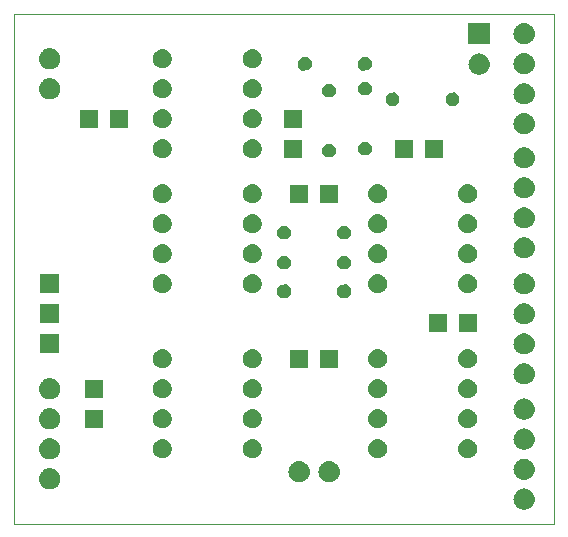
<source format=gbs>
G75*
G71*
%OFA0B0*%
%FSLAX23Y23*%
%IPPOS*%
%LPD*%
%ADD10C,0.1*%
%LPD*%D10*
X0Y0D02*
X0Y100D01*
X0Y200D01*
X0Y300D01*
X0Y400D01*
X0Y500D01*
X0Y600D01*
X0Y700D01*
X0Y800D01*
X0Y900D01*
X0Y1000D01*
X0Y1099D01*
X0Y1199D01*
X0Y1299D01*
X0Y1399D01*
X0Y1499D01*
X0Y1599D01*
X0Y1699D01*
X0Y1799D01*
X0Y1899D01*
X0Y1999D01*
X0Y2099D01*
X0Y2199D01*
X0Y2299D01*
X0Y2399D01*
X0Y2499D01*
X0Y2599D01*
X0Y2699D01*
X0Y2799D01*
X0Y2899D01*
X0Y2999D01*
X0Y3099D01*
X0Y3198D01*
X0Y3298D01*
X0Y3398D01*
X0Y3498D01*
X0Y3598D01*
X0Y3698D01*
X0Y3798D01*
X0Y3898D01*
X0Y3998D01*
X0Y4098D01*
X0Y4198D01*
X0Y4298D01*
X0Y4398D01*
X0Y4498D01*
X0Y4598D01*
X0Y4698D01*
X0Y4798D01*
X0Y4898D01*
X0Y4998D01*
X0Y5098D01*
X0Y5198D01*
X0Y5298D01*
X0Y5397D01*
X0Y5497D01*
X0Y5597D01*
X0Y5697D01*
X0Y5797D01*
X0Y5897D01*
X0Y5997D01*
X0Y6097D01*
X0Y6197D01*
X0Y6297D01*
X0Y6397D01*
X0Y6497D01*
X0Y6597D01*
X0Y6697D01*
X0Y6797D01*
X0Y6897D01*
X0Y6997D01*
X0Y7097D01*
X0Y7197D01*
X0Y7297D01*
X0Y7397D01*
X0Y7496D01*
X0Y7596D01*
X0Y7696D01*
X0Y7796D01*
X0Y7896D01*
X0Y7996D01*
X0Y8096D01*
X0Y8196D01*
X0Y8296D01*
X0Y8396D01*
X0Y8496D01*
X0Y8596D01*
X0Y8696D01*
X0Y8796D01*
X0Y8896D01*
X0Y8996D01*
X0Y9096D01*
X0Y9196D01*
X0Y9296D01*
X0Y9396D01*
X0Y9496D01*
X0Y9596D01*
X0Y9695D01*
X0Y9795D01*
X0Y9895D01*
X0Y9995D01*
X0Y10095D01*
X0Y10195D01*
X0Y10295D01*
X0Y10395D01*
X0Y10495D01*
X0Y10595D01*
X0Y10695D01*
X0Y10795D01*
X0Y10895D01*
X0Y10995D01*
X0Y11095D01*
X0Y11195D01*
X0Y11295D01*
X0Y11395D01*
X0Y11495D01*
X0Y11595D01*
X0Y11695D01*
X0Y11794D01*
X0Y11894D01*
X0Y11994D01*
X0Y12094D01*
X0Y12194D01*
X0Y12294D01*
X0Y12394D01*
X0Y12494D01*
X0Y12594D01*
X0Y12694D01*
X0Y12794D01*
X0Y12894D01*
X0Y12994D01*
X0Y13094D01*
X0Y13194D01*
X0Y13294D01*
X0Y13394D01*
X0Y13494D01*
X0Y13594D01*
X0Y13694D01*
X0Y13794D01*
X0Y13894D01*
X0Y13993D01*
X0Y14093D01*
X0Y14193D01*
X0Y14293D01*
X0Y14393D01*
X0Y14493D01*
X0Y14593D01*
X0Y14693D01*
X0Y14793D01*
X0Y14893D01*
X0Y14993D01*
X0Y15093D01*
X0Y15193D01*
X0Y15293D01*
X0Y15393D01*
X0Y15493D01*
X0Y15593D01*
X0Y15693D01*
X0Y15793D01*
X0Y15893D01*
X0Y15993D01*
X0Y16092D01*
X0Y16192D01*
X0Y16292D01*
X0Y16392D01*
X0Y16492D01*
X0Y16592D01*
X0Y16692D01*
X0Y16792D01*
X0Y16892D01*
X0Y16992D01*
X0Y17092D01*
X0Y17192D01*
X0Y17292D01*
X0Y17392D01*
X0Y17492D01*
X0Y17592D01*
X0Y17692D01*
X0Y17792D01*
X0Y17892D01*
X0Y17992D01*
X0Y18092D01*
X0Y18191D01*
X0Y18291D01*
X0Y18391D01*
X0Y18491D01*
X0Y18591D01*
X0Y18691D01*
X0Y18791D01*
X0Y18891D01*
X0Y18991D01*
X0Y19091D01*
X0Y19191D01*
X0Y19291D01*
X0Y19391D01*
X0Y19491D01*
X0Y19591D01*
X0Y19691D01*
X0Y19791D01*
X0Y19891D01*
X0Y19991D01*
X0Y20091D01*
X0Y20191D01*
X0Y20291D01*
X0Y20390D01*
X0Y20490D01*
X0Y20590D01*
X0Y20690D01*
X0Y20790D01*
X0Y20890D01*
X0Y20990D01*
X0Y21090D01*
X0Y21190D01*
X0Y21290D01*
X0Y21390D01*
X0Y21490D01*
X0Y21590D01*
X0Y21690D01*
X0Y21790D01*
X0Y21890D01*
X0Y21990D01*
X0Y22090D01*
X0Y22190D01*
X0Y22290D01*
X0Y22390D01*
X0Y22489D01*
X0Y22589D01*
X0Y22689D01*
X0Y22789D01*
X0Y22889D01*
X0Y22989D01*
X0Y23089D01*
X0Y23189D01*
X0Y23289D01*
X0Y23389D01*
X0Y23489D01*
X0Y23589D01*
X0Y23689D01*
X0Y23789D01*
X0Y23889D01*
X0Y23989D01*
X0Y24089D01*
X0Y24189D01*
X0Y24289D01*
X0Y24389D01*
X0Y24489D01*
X0Y24589D01*
X0Y24688D01*
X0Y24788D01*
X0Y24888D01*
X0Y24988D01*
X0Y25088D01*
X0Y25188D01*
X0Y25288D01*
X0Y25388D01*
X0Y25488D01*
X0Y25588D01*
X0Y25688D01*
X0Y25788D01*
X0Y25888D01*
X0Y25988D01*
X0Y26088D01*
X0Y26188D01*
X0Y26288D01*
X0Y26388D01*
X0Y26488D01*
X0Y26588D01*
X0Y26688D01*
X0Y26787D01*
X0Y26887D01*
X0Y26987D01*
X0Y27087D01*
X0Y27187D01*
X0Y27287D01*
X0Y27387D01*
X0Y27487D01*
X0Y27587D01*
X0Y27687D01*
X0Y27787D01*
X0Y27887D01*
X0Y27987D01*
X0Y28087D01*
X0Y28187D01*
X0Y28287D01*
X0Y28387D01*
X0Y28487D01*
X0Y28587D01*
X0Y28687D01*
X0Y28787D01*
X0Y28887D01*
X0Y28986D01*
X0Y29086D01*
X0Y29186D01*
X0Y29286D01*
X0Y29386D01*
X0Y29486D01*
X0Y29586D01*
X0Y29686D01*
X0Y29786D01*
X0Y29886D01*
X0Y29986D01*
X0Y30086D01*
X0Y30186D01*
X0Y30286D01*
X0Y30386D01*
X0Y30486D01*
X0Y30586D01*
X0Y30686D01*
X0Y30786D01*
X0Y30886D01*
X0Y30986D01*
X0Y31085D01*
X0Y31185D01*
X0Y31285D01*
X0Y31385D01*
X0Y31485D01*
X0Y31585D01*
X0Y31685D01*
X0Y31785D01*
X0Y31885D01*
X0Y31985D01*
X0Y32085D01*
X0Y32185D01*
X0Y32285D01*
X0Y32385D01*
X0Y32485D01*
X0Y32585D01*
X0Y32685D01*
X0Y32785D01*
X0Y32885D01*
X0Y32985D01*
X0Y33085D01*
X0Y33185D01*
X0Y33284D01*
X0Y33384D01*
X0Y33484D01*
X0Y33584D01*
X0Y33684D01*
X0Y33784D01*
X0Y33884D01*
X0Y33984D01*
X0Y34084D01*
X0Y34184D01*
X0Y34284D01*
X0Y34384D01*
X0Y34484D01*
X0Y34584D01*
X0Y34684D01*
X0Y34784D01*
X0Y34884D01*
X0Y34984D01*
X0Y35084D01*
X0Y35184D01*
X0Y35284D01*
X0Y35384D01*
X0Y35483D01*
X0Y35583D01*
X0Y35683D01*
X0Y35783D01*
X0Y35883D01*
X0Y35983D01*
X0Y36083D01*
X0Y36183D01*
X0Y36283D01*
X0Y36383D01*
X0Y36483D01*
X0Y36583D01*
X0Y36683D01*
X0Y36783D01*
X0Y36883D01*
X0Y36983D01*
X0Y37083D01*
X0Y37183D01*
X0Y37283D01*
X0Y37383D01*
X0Y37483D01*
X0Y37582D01*
X0Y37682D01*
X0Y37782D01*
X0Y37882D01*
X0Y37982D01*
X0Y38082D01*
X0Y38182D01*
X0Y38282D01*
X0Y38382D01*
X0Y38482D01*
X0Y38582D01*
X0Y38682D01*
X0Y38782D01*
X0Y38882D01*
X0Y38982D01*
X0Y39082D01*
X0Y39182D01*
X0Y39282D01*
X0Y39382D01*
X0Y39482D01*
X0Y39582D01*
X0Y39682D01*
X0Y39781D01*
X0Y39881D01*
X0Y39981D01*
X0Y40081D01*
X0Y40181D01*
X0Y40281D01*
X0Y40381D01*
X0Y40481D01*
X0Y40581D01*
X0Y40681D01*
X0Y40781D01*
X0Y40881D01*
X0Y40981D01*
X0Y41081D01*
X0Y41181D01*
X0Y41281D01*
X0Y41381D01*
X0Y41481D01*
X0Y41581D01*
X0Y41681D01*
X0Y41781D01*
X0Y41881D01*
X0Y41980D01*
X0Y42080D01*
X0Y42180D01*
X0Y42280D01*
X0Y42380D01*
X0Y42480D01*
X0Y42580D01*
X0Y42680D01*
X0Y42780D01*
X0Y42880D01*
X0Y42980D01*
X0Y43080D01*
X0Y43180D01*
X100Y43180D01*
X200Y43180D01*
X299Y43180D01*
X399Y43180D01*
X499Y43180D01*
X599Y43180D01*
X699Y43180D01*
X799Y43180D01*
X898Y43180D01*
X998Y43180D01*
X1098Y43180D01*
X1198Y43180D01*
X1298Y43180D01*
X1398Y43180D01*
X1497Y43180D01*
X1597Y43180D01*
X1697Y43180D01*
X1797Y43180D01*
X1897Y43180D01*
X1996Y43180D01*
X2096Y43180D01*
X2196Y43180D01*
X2296Y43180D01*
X2396Y43180D01*
X2496Y43180D01*
X2595Y43180D01*
X2695Y43180D01*
X2795Y43180D01*
X2895Y43180D01*
X2995Y43180D01*
X3095Y43180D01*
X3194Y43180D01*
X3294Y43180D01*
X3394Y43180D01*
X3494Y43180D01*
X3594Y43180D01*
X3694Y43180D01*
X3793Y43180D01*
X3893Y43180D01*
X3993Y43180D01*
X4093Y43180D01*
X4193Y43180D01*
X4292Y43180D01*
X4392Y43180D01*
X4492Y43180D01*
X4592Y43180D01*
X4692Y43180D01*
X4792Y43180D01*
X4891Y43180D01*
X4991Y43180D01*
X5091Y43180D01*
X5191Y43180D01*
X5291Y43180D01*
X5391Y43180D01*
X5490Y43180D01*
X5590Y43180D01*
X5690Y43180D01*
X5790Y43180D01*
X5890Y43180D01*
X5989Y43180D01*
X6089Y43180D01*
X6189Y43180D01*
X6289Y43180D01*
X6389Y43180D01*
X6489Y43180D01*
X6588Y43180D01*
X6688Y43180D01*
X6788Y43180D01*
X6888Y43180D01*
X6988Y43180D01*
X7088Y43180D01*
X7187Y43180D01*
X7287Y43180D01*
X7387Y43180D01*
X7487Y43180D01*
X7587Y43180D01*
X7687Y43180D01*
X7786Y43180D01*
X7886Y43180D01*
X7986Y43180D01*
X8086Y43180D01*
X8186Y43180D01*
X8285Y43180D01*
X8385Y43180D01*
X8485Y43180D01*
X8585Y43180D01*
X8685Y43180D01*
X8785Y43180D01*
X8884Y43180D01*
X8984Y43180D01*
X9084Y43180D01*
X9184Y43180D01*
X9284Y43180D01*
X9384Y43180D01*
X9483Y43180D01*
X9583Y43180D01*
X9683Y43180D01*
X9783Y43180D01*
X9883Y43180D01*
X9982Y43180D01*
X10082Y43180D01*
X10182Y43180D01*
X10282Y43180D01*
X10382Y43180D01*
X10482Y43180D01*
X10581Y43180D01*
X10681Y43180D01*
X10781Y43180D01*
X10881Y43180D01*
X10981Y43180D01*
X11081Y43180D01*
X11180Y43180D01*
X11280Y43180D01*
X11380Y43180D01*
X11480Y43180D01*
X11580Y43180D01*
X11680Y43180D01*
X11779Y43180D01*
X11879Y43180D01*
X11979Y43180D01*
X12079Y43180D01*
X12179Y43180D01*
X12278Y43180D01*
X12378Y43180D01*
X12478Y43180D01*
X12578Y43180D01*
X12678Y43180D01*
X12778Y43180D01*
X12877Y43180D01*
X12977Y43180D01*
X13077Y43180D01*
X13177Y43180D01*
X13277Y43180D01*
X13377Y43180D01*
X13476Y43180D01*
X13576Y43180D01*
X13676Y43180D01*
X13776Y43180D01*
X13876Y43180D01*
X13975Y43180D01*
X14075Y43180D01*
X14175Y43180D01*
X14275Y43180D01*
X14375Y43180D01*
X14475Y43180D01*
X14574Y43180D01*
X14674Y43180D01*
X14774Y43180D01*
X14874Y43180D01*
X14974Y43180D01*
X15074Y43180D01*
X15173Y43180D01*
X15273Y43180D01*
X15373Y43180D01*
X15473Y43180D01*
X15573Y43180D01*
X15672Y43180D01*
X15772Y43180D01*
X15872Y43180D01*
X15972Y43180D01*
X16072Y43180D01*
X16172Y43180D01*
X16271Y43180D01*
X16371Y43180D01*
X16471Y43180D01*
X16571Y43180D01*
X16671Y43180D01*
X16771Y43180D01*
X16870Y43180D01*
X16970Y43180D01*
X17070Y43180D01*
X17170Y43180D01*
X17270Y43180D01*
X17370Y43180D01*
X17469Y43180D01*
X17569Y43180D01*
X17669Y43180D01*
X17769Y43180D01*
X17869Y43180D01*
X17968Y43180D01*
X18068Y43180D01*
X18168Y43180D01*
X18268Y43180D01*
X18368Y43180D01*
X18468Y43180D01*
X18567Y43180D01*
X18667Y43180D01*
X18767Y43180D01*
X18867Y43180D01*
X18967Y43180D01*
X19067Y43180D01*
X19166Y43180D01*
X19266Y43180D01*
X19366Y43180D01*
X19466Y43180D01*
X19566Y43180D01*
X19665Y43180D01*
X19765Y43180D01*
X19865Y43180D01*
X19965Y43180D01*
X20065Y43180D01*
X20165Y43180D01*
X20264Y43180D01*
X20364Y43180D01*
X20464Y43180D01*
X20564Y43180D01*
X20664Y43180D01*
X20764Y43180D01*
X20863Y43180D01*
X20963Y43180D01*
X21063Y43180D01*
X21163Y43180D01*
X21263Y43180D01*
X21363Y43180D01*
X21462Y43180D01*
X21562Y43180D01*
X21662Y43180D01*
X21762Y43180D01*
X21862Y43180D01*
X21961Y43180D01*
X22061Y43180D01*
X22161Y43180D01*
X22261Y43180D01*
X22361Y43180D01*
X22461Y43180D01*
X22560Y43180D01*
X22660Y43180D01*
X22760Y43180D01*
X22860Y43180D01*
X22960Y43180D01*
X23060Y43180D01*
X23159Y43180D01*
X23259Y43180D01*
X23359Y43180D01*
X23459Y43180D01*
X23559Y43180D01*
X23659Y43180D01*
X23758Y43180D01*
X23858Y43180D01*
X23958Y43180D01*
X24058Y43180D01*
X24158Y43180D01*
X24257Y43180D01*
X24357Y43180D01*
X24457Y43180D01*
X24557Y43180D01*
X24657Y43180D01*
X24757Y43180D01*
X24856Y43180D01*
X24956Y43180D01*
X25056Y43180D01*
X25156Y43180D01*
X25256Y43180D01*
X25356Y43180D01*
X25455Y43180D01*
X25555Y43180D01*
X25655Y43180D01*
X25755Y43180D01*
X25855Y43180D01*
X25954Y43180D01*
X26054Y43180D01*
X26154Y43180D01*
X26254Y43180D01*
X26354Y43180D01*
X26454Y43180D01*
X26553Y43180D01*
X26653Y43180D01*
X26753Y43180D01*
X26853Y43180D01*
X26953Y43180D01*
X27053Y43180D01*
X27152Y43180D01*
X27252Y43180D01*
X27352Y43180D01*
X27452Y43180D01*
X27552Y43180D01*
X27651Y43180D01*
X27751Y43180D01*
X27851Y43180D01*
X27951Y43180D01*
X28051Y43180D01*
X28151Y43180D01*
X28250Y43180D01*
X28350Y43180D01*
X28450Y43180D01*
X28550Y43180D01*
X28650Y43180D01*
X28750Y43180D01*
X28849Y43180D01*
X28949Y43180D01*
X29049Y43180D01*
X29149Y43180D01*
X29249Y43180D01*
X29349Y43180D01*
X29448Y43180D01*
X29548Y43180D01*
X29648Y43180D01*
X29748Y43180D01*
X29848Y43180D01*
X29947Y43180D01*
X30047Y43180D01*
X30147Y43180D01*
X30247Y43180D01*
X30347Y43180D01*
X30447Y43180D01*
X30546Y43180D01*
X30646Y43180D01*
X30746Y43180D01*
X30846Y43180D01*
X30946Y43180D01*
X31046Y43180D01*
X31145Y43180D01*
X31245Y43180D01*
X31345Y43180D01*
X31445Y43180D01*
X31545Y43180D01*
X31645Y43180D01*
X31744Y43180D01*
X31844Y43180D01*
X31944Y43180D01*
X32044Y43180D01*
X32144Y43180D01*
X32243Y43180D01*
X32343Y43180D01*
X32443Y43180D01*
X32543Y43180D01*
X32643Y43180D01*
X32743Y43180D01*
X32842Y43180D01*
X32942Y43180D01*
X33042Y43180D01*
X33142Y43180D01*
X33242Y43180D01*
X33342Y43180D01*
X33441Y43180D01*
X33541Y43180D01*
X33641Y43180D01*
X33741Y43180D01*
X33841Y43180D01*
X33940Y43180D01*
X34040Y43180D01*
X34140Y43180D01*
X34240Y43180D01*
X34340Y43180D01*
X34440Y43180D01*
X34539Y43180D01*
X34639Y43180D01*
X34739Y43180D01*
X34839Y43180D01*
X34939Y43180D01*
X35039Y43180D01*
X35138Y43180D01*
X35238Y43180D01*
X35338Y43180D01*
X35438Y43180D01*
X35538Y43180D01*
X35638Y43180D01*
X35737Y43180D01*
X35837Y43180D01*
X35937Y43180D01*
X36037Y43180D01*
X36137Y43180D01*
X36236Y43180D01*
X36336Y43180D01*
X36436Y43180D01*
X36536Y43180D01*
X36636Y43180D01*
X36736Y43180D01*
X36835Y43180D01*
X36935Y43180D01*
X37035Y43180D01*
X37135Y43180D01*
X37235Y43180D01*
X37335Y43180D01*
X37434Y43180D01*
X37534Y43180D01*
X37634Y43180D01*
X37734Y43180D01*
X37834Y43180D01*
X37934Y43180D01*
X38033Y43180D01*
X38133Y43180D01*
X38233Y43180D01*
X38333Y43180D01*
X38433Y43180D01*
X38532Y43180D01*
X38632Y43180D01*
X38732Y43180D01*
X38832Y43180D01*
X38932Y43180D01*
X39032Y43180D01*
X39131Y43180D01*
X39231Y43180D01*
X39331Y43180D01*
X39431Y43180D01*
X39531Y43180D01*
X39631Y43180D01*
X39730Y43180D01*
X39830Y43180D01*
X39930Y43180D01*
X40030Y43180D01*
X40130Y43180D01*
X40230Y43180D01*
X40329Y43180D01*
X40429Y43180D01*
X40529Y43180D01*
X40629Y43180D01*
X40729Y43180D01*
X40828Y43180D01*
X40928Y43180D01*
X41028Y43180D01*
X41128Y43180D01*
X41228Y43180D01*
X41328Y43180D01*
X41427Y43180D01*
X41527Y43180D01*
X41627Y43180D01*
X41727Y43180D01*
X41827Y43180D01*
X41927Y43180D01*
X42026Y43180D01*
X42126Y43180D01*
X42226Y43180D01*
X42326Y43180D01*
X42426Y43180D01*
X42525Y43180D01*
X42625Y43180D01*
X42725Y43180D01*
X42825Y43180D01*
X42925Y43180D01*
X43025Y43180D01*
X43124Y43180D01*
X43224Y43180D01*
X43324Y43180D01*
X43424Y43180D01*
X43524Y43180D01*
X43624Y43180D01*
X43723Y43180D01*
X43823Y43180D01*
X43923Y43180D01*
X44023Y43180D01*
X44123Y43180D01*
X44223Y43180D01*
X44322Y43180D01*
X44422Y43180D01*
X44522Y43180D01*
X44622Y43180D01*
X44722Y43180D01*
X44822Y43180D01*
X44921Y43180D01*
X45021Y43180D01*
X45121Y43180D01*
X45221Y43180D01*
X45321Y43180D01*
X45420Y43180D01*
X45520Y43180D01*
X45620Y43180D01*
X45720Y43180D01*
X45720Y43080D01*
X45720Y42980D01*
X45720Y42880D01*
X45720Y42780D01*
X45720Y42680D01*
X45720Y42580D01*
X45720Y42480D01*
X45720Y42380D01*
X45720Y42280D01*
X45720Y42180D01*
X45720Y42081D01*
X45720Y41981D01*
X45720Y41881D01*
X45720Y41781D01*
X45720Y41681D01*
X45720Y41581D01*
X45720Y41481D01*
X45720Y41381D01*
X45720Y41281D01*
X45720Y41181D01*
X45720Y41081D01*
X45720Y40981D01*
X45720Y40881D01*
X45720Y40781D01*
X45720Y40681D01*
X45720Y40581D01*
X45720Y40481D01*
X45720Y40381D01*
X45720Y40281D01*
X45720Y40181D01*
X45720Y40081D01*
X45720Y39982D01*
X45720Y39882D01*
X45720Y39782D01*
X45720Y39682D01*
X45720Y39582D01*
X45720Y39482D01*
X45720Y39382D01*
X45720Y39282D01*
X45720Y39182D01*
X45720Y39082D01*
X45720Y38982D01*
X45720Y38882D01*
X45720Y38782D01*
X45720Y38682D01*
X45720Y38582D01*
X45720Y38482D01*
X45720Y38382D01*
X45720Y38282D01*
X45720Y38182D01*
X45720Y38082D01*
X45720Y37982D01*
X45720Y37882D01*
X45720Y37783D01*
X45720Y37683D01*
X45720Y37583D01*
X45720Y37483D01*
X45720Y37383D01*
X45720Y37283D01*
X45720Y37183D01*
X45720Y37083D01*
X45720Y36983D01*
X45720Y36883D01*
X45720Y36783D01*
X45720Y36683D01*
X45720Y36583D01*
X45720Y36483D01*
X45720Y36383D01*
X45720Y36283D01*
X45720Y36183D01*
X45720Y36083D01*
X45720Y35983D01*
X45720Y35883D01*
X45720Y35783D01*
X45720Y35684D01*
X45720Y35584D01*
X45720Y35484D01*
X45720Y35384D01*
X45720Y35284D01*
X45720Y35184D01*
X45720Y35084D01*
X45720Y34984D01*
X45720Y34884D01*
X45720Y34784D01*
X45720Y34684D01*
X45720Y34584D01*
X45720Y34484D01*
X45720Y34384D01*
X45720Y34284D01*
X45720Y34184D01*
X45720Y34084D01*
X45720Y33984D01*
X45720Y33884D01*
X45720Y33784D01*
X45720Y33684D01*
X45720Y33584D01*
X45720Y33485D01*
X45720Y33385D01*
X45720Y33285D01*
X45720Y33185D01*
X45720Y33085D01*
X45720Y32985D01*
X45720Y32885D01*
X45720Y32785D01*
X45720Y32685D01*
X45720Y32585D01*
X45720Y32485D01*
X45720Y32385D01*
X45720Y32285D01*
X45720Y32185D01*
X45720Y32085D01*
X45720Y31985D01*
X45720Y31885D01*
X45720Y31785D01*
X45720Y31685D01*
X45720Y31585D01*
X45720Y31485D01*
X45720Y31386D01*
X45720Y31286D01*
X45720Y31186D01*
X45720Y31086D01*
X45720Y30986D01*
X45720Y30886D01*
X45720Y30786D01*
X45720Y30686D01*
X45720Y30586D01*
X45720Y30486D01*
X45720Y30386D01*
X45720Y30286D01*
X45720Y30186D01*
X45720Y30086D01*
X45720Y29986D01*
X45720Y29886D01*
X45720Y29786D01*
X45720Y29686D01*
X45720Y29586D01*
X45720Y29486D01*
X45720Y29386D01*
X45720Y29286D01*
X45720Y29187D01*
X45720Y29087D01*
X45720Y28987D01*
X45720Y28887D01*
X45720Y28787D01*
X45720Y28687D01*
X45720Y28587D01*
X45720Y28487D01*
X45720Y28387D01*
X45720Y28287D01*
X45720Y28187D01*
X45720Y28087D01*
X45720Y27987D01*
X45720Y27887D01*
X45720Y27787D01*
X45720Y27687D01*
X45720Y27587D01*
X45720Y27487D01*
X45720Y27387D01*
X45720Y27287D01*
X45720Y27187D01*
X45720Y27088D01*
X45720Y26988D01*
X45720Y26888D01*
X45720Y26788D01*
X45720Y26688D01*
X45720Y26588D01*
X45720Y26488D01*
X45720Y26388D01*
X45720Y26288D01*
X45720Y26188D01*
X45720Y26088D01*
X45720Y25988D01*
X45720Y25888D01*
X45720Y25788D01*
X45720Y25688D01*
X45720Y25588D01*
X45720Y25488D01*
X45720Y25388D01*
X45720Y25288D01*
X45720Y25188D01*
X45720Y25088D01*
X45720Y24989D01*
X45720Y24889D01*
X45720Y24789D01*
X45720Y24689D01*
X45720Y24589D01*
X45720Y24489D01*
X45720Y24389D01*
X45720Y24289D01*
X45720Y24189D01*
X45720Y24089D01*
X45720Y23989D01*
X45720Y23889D01*
X45720Y23789D01*
X45720Y23689D01*
X45720Y23589D01*
X45720Y23489D01*
X45720Y23389D01*
X45720Y23289D01*
X45720Y23189D01*
X45720Y23089D01*
X45720Y22989D01*
X45720Y22889D01*
X45720Y22790D01*
X45720Y22690D01*
X45720Y22590D01*
X45720Y22490D01*
X45720Y22390D01*
X45720Y22290D01*
X45720Y22190D01*
X45720Y22090D01*
X45720Y21990D01*
X45720Y21890D01*
X45720Y21790D01*
X45720Y21690D01*
X45720Y21590D01*
X45720Y21490D01*
X45720Y21390D01*
X45720Y21290D01*
X45720Y21190D01*
X45720Y21090D01*
X45720Y20990D01*
X45720Y20890D01*
X45720Y20790D01*
X45720Y20691D01*
X45720Y20591D01*
X45720Y20491D01*
X45720Y20391D01*
X45720Y20291D01*
X45720Y20191D01*
X45720Y20091D01*
X45720Y19991D01*
X45720Y19891D01*
X45720Y19791D01*
X45720Y19691D01*
X45720Y19591D01*
X45720Y19491D01*
X45720Y19391D01*
X45720Y19291D01*
X45720Y19191D01*
X45720Y19091D01*
X45720Y18991D01*
X45720Y18891D01*
X45720Y18791D01*
X45720Y18691D01*
X45720Y18591D01*
X45720Y18492D01*
X45720Y18392D01*
X45720Y18292D01*
X45720Y18192D01*
X45720Y18092D01*
X45720Y17992D01*
X45720Y17892D01*
X45720Y17792D01*
X45720Y17692D01*
X45720Y17592D01*
X45720Y17492D01*
X45720Y17392D01*
X45720Y17292D01*
X45720Y17192D01*
X45720Y17092D01*
X45720Y16992D01*
X45720Y16892D01*
X45720Y16792D01*
X45720Y16692D01*
X45720Y16592D01*
X45720Y16492D01*
X45720Y16393D01*
X45720Y16293D01*
X45720Y16193D01*
X45720Y16093D01*
X45720Y15993D01*
X45720Y15893D01*
X45720Y15793D01*
X45720Y15693D01*
X45720Y15593D01*
X45720Y15493D01*
X45720Y15393D01*
X45720Y15293D01*
X45720Y15193D01*
X45720Y15093D01*
X45720Y14993D01*
X45720Y14893D01*
X45720Y14793D01*
X45720Y14693D01*
X45720Y14593D01*
X45720Y14493D01*
X45720Y14393D01*
X45720Y14293D01*
X45720Y14194D01*
X45720Y14094D01*
X45720Y13994D01*
X45720Y13894D01*
X45720Y13794D01*
X45720Y13694D01*
X45720Y13594D01*
X45720Y13494D01*
X45720Y13394D01*
X45720Y13294D01*
X45720Y13194D01*
X45720Y13094D01*
X45720Y12994D01*
X45720Y12894D01*
X45720Y12794D01*
X45720Y12694D01*
X45720Y12594D01*
X45720Y12494D01*
X45720Y12394D01*
X45720Y12294D01*
X45720Y12194D01*
X45720Y12095D01*
X45720Y11995D01*
X45720Y11895D01*
X45720Y11795D01*
X45720Y11695D01*
X45720Y11595D01*
X45720Y11495D01*
X45720Y11395D01*
X45720Y11295D01*
X45720Y11195D01*
X45720Y11095D01*
X45720Y10995D01*
X45720Y10895D01*
X45720Y10795D01*
X45720Y10695D01*
X45720Y10595D01*
X45720Y10495D01*
X45720Y10395D01*
X45720Y10295D01*
X45720Y10195D01*
X45720Y10095D01*
X45720Y9995D01*
X45720Y9896D01*
X45720Y9796D01*
X45720Y9696D01*
X45720Y9596D01*
X45720Y9496D01*
X45720Y9396D01*
X45720Y9296D01*
X45720Y9196D01*
X45720Y9096D01*
X45720Y8996D01*
X45720Y8896D01*
X45720Y8796D01*
X45720Y8696D01*
X45720Y8596D01*
X45720Y8496D01*
X45720Y8396D01*
X45720Y8296D01*
X45720Y8196D01*
X45720Y8096D01*
X45720Y7996D01*
X45720Y7896D01*
X45720Y7796D01*
X45720Y7697D01*
X45720Y7597D01*
X45720Y7497D01*
X45720Y7397D01*
X45720Y7297D01*
X45720Y7197D01*
X45720Y7097D01*
X45720Y6997D01*
X45720Y6897D01*
X45720Y6797D01*
X45720Y6697D01*
X45720Y6597D01*
X45720Y6497D01*
X45720Y6397D01*
X45720Y6297D01*
X45720Y6197D01*
X45720Y6097D01*
X45720Y5997D01*
X45720Y5897D01*
X45720Y5797D01*
X45720Y5697D01*
X45720Y5598D01*
X45720Y5498D01*
X45720Y5398D01*
X45720Y5298D01*
X45720Y5198D01*
X45720Y5098D01*
X45720Y4998D01*
X45720Y4898D01*
X45720Y4798D01*
X45720Y4698D01*
X45720Y4598D01*
X45720Y4498D01*
X45720Y4398D01*
X45720Y4298D01*
X45720Y4198D01*
X45720Y4098D01*
X45720Y3998D01*
X45720Y3898D01*
X45720Y3798D01*
X45720Y3698D01*
X45720Y3598D01*
X45720Y3498D01*
X45720Y3399D01*
X45720Y3299D01*
X45720Y3199D01*
X45720Y3099D01*
X45720Y2999D01*
X45720Y2899D01*
X45720Y2799D01*
X45720Y2699D01*
X45720Y2599D01*
X45720Y2499D01*
X45720Y2399D01*
X45720Y2299D01*
X45720Y2199D01*
X45720Y2099D01*
X45720Y1999D01*
X45720Y1899D01*
X45720Y1799D01*
X45720Y1699D01*
X45720Y1599D01*
X45720Y1499D01*
X45720Y1399D01*
X45720Y1299D01*
X45720Y1200D01*
X45720Y1100D01*
X45720Y1000D01*
X45720Y900D01*
X45720Y800D01*
X45720Y700D01*
X45720Y600D01*
X45720Y500D01*
X45720Y400D01*
X45720Y300D01*
X45720Y200D01*
X45720Y100D01*
X45720Y0D01*
X45620Y0D01*
X45520Y0D01*
X45421Y0D01*
X45321Y0D01*
X45221Y0D01*
X45121Y0D01*
X45021Y0D01*
X44921Y0D01*
X44822Y0D01*
X44722Y0D01*
X44622Y0D01*
X44522Y0D01*
X44422Y0D01*
X44322Y0D01*
X44223Y0D01*
X44123Y0D01*
X44023Y0D01*
X43923Y0D01*
X43823Y0D01*
X43724Y0D01*
X43624Y0D01*
X43524Y0D01*
X43424Y0D01*
X43324Y0D01*
X43224Y0D01*
X43125Y0D01*
X43025Y0D01*
X42925Y0D01*
X42825Y0D01*
X42725Y0D01*
X42625Y0D01*
X42526Y0D01*
X42426Y0D01*
X42326Y0D01*
X42226Y0D01*
X42126Y0D01*
X42026Y0D01*
X41927Y0D01*
X41827Y0D01*
X41727Y0D01*
X41627Y0D01*
X41527Y0D01*
X41428Y0D01*
X41328Y0D01*
X41228Y0D01*
X41128Y0D01*
X41028Y0D01*
X40928Y0D01*
X40829Y0D01*
X40729Y0D01*
X40629Y0D01*
X40529Y0D01*
X40429Y0D01*
X40329Y0D01*
X40230Y0D01*
X40130Y0D01*
X40030Y0D01*
X39930Y0D01*
X39830Y0D01*
X39731Y0D01*
X39631Y0D01*
X39531Y0D01*
X39431Y0D01*
X39331Y0D01*
X39231Y0D01*
X39132Y0D01*
X39032Y0D01*
X38932Y0D01*
X38832Y0D01*
X38732Y0D01*
X38632Y0D01*
X38533Y0D01*
X38433Y0D01*
X38333Y0D01*
X38233Y0D01*
X38133Y0D01*
X38033Y0D01*
X37934Y0D01*
X37834Y0D01*
X37734Y0D01*
X37634Y0D01*
X37534Y0D01*
X37435Y0D01*
X37335Y0D01*
X37235Y0D01*
X37135Y0D01*
X37035Y0D01*
X36935Y0D01*
X36836Y0D01*
X36736Y0D01*
X36636Y0D01*
X36536Y0D01*
X36436Y0D01*
X36336Y0D01*
X36237Y0D01*
X36137Y0D01*
X36037Y0D01*
X35937Y0D01*
X35837Y0D01*
X35738Y0D01*
X35638Y0D01*
X35538Y0D01*
X35438Y0D01*
X35338Y0D01*
X35238Y0D01*
X35139Y0D01*
X35039Y0D01*
X34939Y0D01*
X34839Y0D01*
X34739Y0D01*
X34639Y0D01*
X34540Y0D01*
X34440Y0D01*
X34340Y0D01*
X34240Y0D01*
X34140Y0D01*
X34040Y0D01*
X33941Y0D01*
X33841Y0D01*
X33741Y0D01*
X33641Y0D01*
X33541Y0D01*
X33442Y0D01*
X33342Y0D01*
X33242Y0D01*
X33142Y0D01*
X33042Y0D01*
X32942Y0D01*
X32843Y0D01*
X32743Y0D01*
X32643Y0D01*
X32543Y0D01*
X32443Y0D01*
X32343Y0D01*
X32244Y0D01*
X32144Y0D01*
X32044Y0D01*
X31944Y0D01*
X31844Y0D01*
X31745Y0D01*
X31645Y0D01*
X31545Y0D01*
X31445Y0D01*
X31345Y0D01*
X31245Y0D01*
X31146Y0D01*
X31046Y0D01*
X30946Y0D01*
X30846Y0D01*
X30746Y0D01*
X30646Y0D01*
X30547Y0D01*
X30447Y0D01*
X30347Y0D01*
X30247Y0D01*
X30147Y0D01*
X30048Y0D01*
X29948Y0D01*
X29848Y0D01*
X29748Y0D01*
X29648Y0D01*
X29548Y0D01*
X29449Y0D01*
X29349Y0D01*
X29249Y0D01*
X29149Y0D01*
X29049Y0D01*
X28949Y0D01*
X28850Y0D01*
X28750Y0D01*
X28650Y0D01*
X28550Y0D01*
X28450Y0D01*
X28350Y0D01*
X28251Y0D01*
X28151Y0D01*
X28051Y0D01*
X27951Y0D01*
X27851Y0D01*
X27752Y0D01*
X27652Y0D01*
X27552Y0D01*
X27452Y0D01*
X27352Y0D01*
X27252Y0D01*
X27153Y0D01*
X27053Y0D01*
X26953Y0D01*
X26853Y0D01*
X26753Y0D01*
X26653Y0D01*
X26554Y0D01*
X26454Y0D01*
X26354Y0D01*
X26254Y0D01*
X26154Y0D01*
X26055Y0D01*
X25955Y0D01*
X25855Y0D01*
X25755Y0D01*
X25655Y0D01*
X25555Y0D01*
X25456Y0D01*
X25356Y0D01*
X25256Y0D01*
X25156Y0D01*
X25056Y0D01*
X24956Y0D01*
X24857Y0D01*
X24757Y0D01*
X24657Y0D01*
X24557Y0D01*
X24457Y0D01*
X24357Y0D01*
X24258Y0D01*
X24158Y0D01*
X24058Y0D01*
X23958Y0D01*
X23858Y0D01*
X23759Y0D01*
X23659Y0D01*
X23559Y0D01*
X23459Y0D01*
X23359Y0D01*
X23259Y0D01*
X23160Y0D01*
X23060Y0D01*
X22960Y0D01*
X22860Y0D01*
X22760Y0D01*
X22660Y0D01*
X22561Y0D01*
X22461Y0D01*
X22361Y0D01*
X22261Y0D01*
X22161Y0D01*
X22061Y0D01*
X21962Y0D01*
X21862Y0D01*
X21762Y0D01*
X21662Y0D01*
X21562Y0D01*
X21463Y0D01*
X21363Y0D01*
X21263Y0D01*
X21163Y0D01*
X21063Y0D01*
X20963Y0D01*
X20864Y0D01*
X20764Y0D01*
X20664Y0D01*
X20564Y0D01*
X20464Y0D01*
X20364Y0D01*
X20265Y0D01*
X20165Y0D01*
X20065Y0D01*
X19965Y0D01*
X19865Y0D01*
X19766Y0D01*
X19666Y0D01*
X19566Y0D01*
X19466Y0D01*
X19366Y0D01*
X19266Y0D01*
X19167Y0D01*
X19067Y0D01*
X18967Y0D01*
X18867Y0D01*
X18767Y0D01*
X18667Y0D01*
X18568Y0D01*
X18468Y0D01*
X18368Y0D01*
X18268Y0D01*
X18168Y0D01*
X18069Y0D01*
X17969Y0D01*
X17869Y0D01*
X17769Y0D01*
X17669Y0D01*
X17569Y0D01*
X17470Y0D01*
X17370Y0D01*
X17270Y0D01*
X17170Y0D01*
X17070Y0D01*
X16970Y0D01*
X16871Y0D01*
X16771Y0D01*
X16671Y0D01*
X16571Y0D01*
X16471Y0D01*
X16371Y0D01*
X16272Y0D01*
X16172Y0D01*
X16072Y0D01*
X15972Y0D01*
X15872Y0D01*
X15773Y0D01*
X15673Y0D01*
X15573Y0D01*
X15473Y0D01*
X15373Y0D01*
X15273Y0D01*
X15174Y0D01*
X15074Y0D01*
X14974Y0D01*
X14874Y0D01*
X14774Y0D01*
X14674Y0D01*
X14575Y0D01*
X14475Y0D01*
X14375Y0D01*
X14275Y0D01*
X14175Y0D01*
X14075Y0D01*
X13976Y0D01*
X13876Y0D01*
X13776Y0D01*
X13676Y0D01*
X13576Y0D01*
X13477Y0D01*
X13377Y0D01*
X13277Y0D01*
X13177Y0D01*
X13077Y0D01*
X12977Y0D01*
X12878Y0D01*
X12778Y0D01*
X12678Y0D01*
X12578Y0D01*
X12478Y0D01*
X12378Y0D01*
X12279Y0D01*
X12179Y0D01*
X12079Y0D01*
X11979Y0D01*
X11879Y0D01*
X11780Y0D01*
X11680Y0D01*
X11580Y0D01*
X11480Y0D01*
X11380Y0D01*
X11280Y0D01*
X11181Y0D01*
X11081Y0D01*
X10981Y0D01*
X10881Y0D01*
X10781Y0D01*
X10681Y0D01*
X10582Y0D01*
X10482Y0D01*
X10382Y0D01*
X10282Y0D01*
X10182Y0D01*
X10082Y0D01*
X9983Y0D01*
X9883Y0D01*
X9783Y0D01*
X9683Y0D01*
X9583Y0D01*
X9484Y0D01*
X9384Y0D01*
X9284Y0D01*
X9184Y0D01*
X9084Y0D01*
X8984Y0D01*
X8885Y0D01*
X8785Y0D01*
X8685Y0D01*
X8585Y0D01*
X8485Y0D01*
X8385Y0D01*
X8286Y0D01*
X8186Y0D01*
X8086Y0D01*
X7986Y0D01*
X7886Y0D01*
X7786Y0D01*
X7687Y0D01*
X7587Y0D01*
X7487Y0D01*
X7387Y0D01*
X7287Y0D01*
X7188Y0D01*
X7088Y0D01*
X6988Y0D01*
X6888Y0D01*
X6788Y0D01*
X6688Y0D01*
X6589Y0D01*
X6489Y0D01*
X6389Y0D01*
X6289Y0D01*
X6189Y0D01*
X6089Y0D01*
X5990Y0D01*
X5890Y0D01*
X5790Y0D01*
X5690Y0D01*
X5590Y0D01*
X5490Y0D01*
X5391Y0D01*
X5291Y0D01*
X5191Y0D01*
X5091Y0D01*
X4991Y0D01*
X4892Y0D01*
X4792Y0D01*
X4692Y0D01*
X4592Y0D01*
X4492Y0D01*
X4392Y0D01*
X4293Y0D01*
X4193Y0D01*
X4093Y0D01*
X3993Y0D01*
X3893Y0D01*
X3793Y0D01*
X3694Y0D01*
X3594Y0D01*
X3494Y0D01*
X3394Y0D01*
X3294Y0D01*
X3195Y0D01*
X3095Y0D01*
X2995Y0D01*
X2895Y0D01*
X2795Y0D01*
X2695Y0D01*
X2596Y0D01*
X2496Y0D01*
X2396Y0D01*
X2296Y0D01*
X2196Y0D01*
X2096Y0D01*
X1997Y0D01*
X1897Y0D01*
X1797Y0D01*
X1697Y0D01*
X1597Y0D01*
X1497Y0D01*
X1398Y0D01*
X1298Y0D01*
X1198Y0D01*
X1098Y0D01*
X998Y0D01*
X898Y0D01*
X799Y0D01*
X699Y0D01*
X599Y0D01*
X499Y0D01*
X399Y0D01*
X300Y0D01*
X200Y0D01*
X100Y0D01*
X0Y0D01*
X0Y0D01*
G36*
X12540Y40170D02*
X12540Y40170D01*
X12636Y40164D01*
X12732Y40147D01*
X12824Y40118D01*
X12912Y40079D01*
X12994Y40028D01*
X13070Y39969D01*
X13139Y39900D01*
X13198Y39824D01*
X13249Y39742D01*
X13288Y39654D01*
X13317Y39562D01*
X13334Y39466D01*
X13340Y39370D01*
X13340Y39370D01*
X13334Y39274D01*
X13317Y39178D01*
X13288Y39086D01*
X13249Y38998D01*
X13198Y38916D01*
X13139Y38840D01*
X13070Y38771D01*
X12994Y38712D01*
X12912Y38661D01*
X12824Y38622D01*
X12732Y38593D01*
X12636Y38576D01*
X12540Y38570D01*
X12540Y38570D01*
X12444Y38576D01*
X12348Y38593D01*
X12256Y38622D01*
X12168Y38661D01*
X12086Y38712D01*
X12010Y38771D01*
X11941Y38840D01*
X11882Y38916D01*
X11831Y38998D01*
X11792Y39086D01*
X11763Y39178D01*
X11746Y39274D01*
X11740Y39370D01*
X11740Y39370D01*
X11746Y39466D01*
X11763Y39562D01*
X11792Y39654D01*
X11831Y39742D01*
X11882Y39824D01*
X11941Y39900D01*
X12010Y39969D01*
X12086Y40028D01*
X12168Y40079D01*
X12256Y40118D01*
X12348Y40147D01*
X12444Y40164D01*
X12540Y40170D01*
G37*
G36*
X12540Y37630D02*
X12540Y37630D01*
X12636Y37624D01*
X12732Y37607D01*
X12824Y37578D01*
X12912Y37539D01*
X12994Y37488D01*
X13070Y37429D01*
X13139Y37360D01*
X13198Y37284D01*
X13249Y37202D01*
X13288Y37114D01*
X13317Y37022D01*
X13334Y36926D01*
X13340Y36830D01*
X13340Y36830D01*
X13334Y36734D01*
X13317Y36638D01*
X13288Y36546D01*
X13249Y36458D01*
X13198Y36376D01*
X13139Y36300D01*
X13070Y36231D01*
X12994Y36172D01*
X12912Y36121D01*
X12824Y36082D01*
X12732Y36053D01*
X12636Y36036D01*
X12540Y36030D01*
X12540Y36030D01*
X12444Y36036D01*
X12348Y36053D01*
X12256Y36082D01*
X12168Y36121D01*
X12086Y36172D01*
X12010Y36231D01*
X11941Y36300D01*
X11882Y36376D01*
X11831Y36458D01*
X11792Y36546D01*
X11763Y36638D01*
X11746Y36734D01*
X11740Y36830D01*
X11740Y36830D01*
X11746Y36926D01*
X11763Y37022D01*
X11792Y37114D01*
X11831Y37202D01*
X11882Y37284D01*
X11941Y37360D01*
X12010Y37429D01*
X12086Y37488D01*
X12168Y37539D01*
X12256Y37578D01*
X12348Y37607D01*
X12444Y37624D01*
X12540Y37630D01*
G37*
G36*
X12540Y35090D02*
X12540Y35090D01*
X12636Y35084D01*
X12732Y35067D01*
X12824Y35038D01*
X12912Y34999D01*
X12994Y34948D01*
X13070Y34889D01*
X13139Y34820D01*
X13198Y34744D01*
X13249Y34662D01*
X13288Y34574D01*
X13317Y34482D01*
X13334Y34386D01*
X13340Y34290D01*
X13340Y34290D01*
X13334Y34194D01*
X13317Y34098D01*
X13288Y34006D01*
X13249Y33918D01*
X13198Y33836D01*
X13139Y33760D01*
X13070Y33691D01*
X12994Y33632D01*
X12912Y33581D01*
X12824Y33542D01*
X12732Y33513D01*
X12636Y33496D01*
X12540Y33490D01*
X12540Y33490D01*
X12444Y33496D01*
X12348Y33513D01*
X12256Y33542D01*
X12168Y33581D01*
X12086Y33632D01*
X12010Y33691D01*
X11941Y33760D01*
X11882Y33836D01*
X11831Y33918D01*
X11792Y34006D01*
X11763Y34098D01*
X11746Y34194D01*
X11740Y34290D01*
X11740Y34290D01*
X11746Y34386D01*
X11763Y34482D01*
X11792Y34574D01*
X11831Y34662D01*
X11882Y34744D01*
X11941Y34820D01*
X12010Y34889D01*
X12086Y34948D01*
X12168Y34999D01*
X12256Y35038D01*
X12348Y35067D01*
X12444Y35084D01*
X12540Y35090D01*
G37*
G36*
X12540Y32550D02*
X12540Y32550D01*
X12636Y32544D01*
X12732Y32527D01*
X12824Y32498D01*
X12912Y32459D01*
X12994Y32408D01*
X13070Y32349D01*
X13139Y32280D01*
X13198Y32204D01*
X13249Y32122D01*
X13288Y32034D01*
X13317Y31942D01*
X13334Y31846D01*
X13340Y31750D01*
X13340Y31750D01*
X13334Y31654D01*
X13317Y31558D01*
X13288Y31466D01*
X13249Y31378D01*
X13198Y31296D01*
X13139Y31220D01*
X13070Y31151D01*
X12994Y31092D01*
X12912Y31041D01*
X12824Y31002D01*
X12732Y30973D01*
X12636Y30956D01*
X12540Y30950D01*
X12540Y30950D01*
X12444Y30956D01*
X12348Y30973D01*
X12256Y31002D01*
X12168Y31041D01*
X12086Y31092D01*
X12010Y31151D01*
X11941Y31220D01*
X11882Y31296D01*
X11831Y31378D01*
X11792Y31466D01*
X11763Y31558D01*
X11746Y31654D01*
X11740Y31750D01*
X11740Y31750D01*
X11746Y31846D01*
X11763Y31942D01*
X11792Y32034D01*
X11831Y32122D01*
X11882Y32204D01*
X11941Y32280D01*
X12010Y32349D01*
X12086Y32408D01*
X12168Y32459D01*
X12256Y32498D01*
X12348Y32527D01*
X12444Y32544D01*
X12540Y32550D01*
G37*
G36*
X20160Y40170D02*
X20160Y40170D01*
X20256Y40164D01*
X20352Y40147D01*
X20444Y40118D01*
X20532Y40079D01*
X20614Y40028D01*
X20690Y39969D01*
X20759Y39900D01*
X20818Y39824D01*
X20869Y39742D01*
X20908Y39654D01*
X20937Y39562D01*
X20954Y39466D01*
X20960Y39370D01*
X20960Y39370D01*
X20954Y39274D01*
X20937Y39178D01*
X20908Y39086D01*
X20869Y38998D01*
X20818Y38916D01*
X20759Y38840D01*
X20690Y38771D01*
X20614Y38712D01*
X20532Y38661D01*
X20444Y38622D01*
X20352Y38593D01*
X20256Y38576D01*
X20160Y38570D01*
X20160Y38570D01*
X20064Y38576D01*
X19968Y38593D01*
X19876Y38622D01*
X19788Y38661D01*
X19706Y38712D01*
X19630Y38771D01*
X19561Y38840D01*
X19502Y38916D01*
X19451Y38998D01*
X19412Y39086D01*
X19383Y39178D01*
X19366Y39274D01*
X19360Y39370D01*
X19360Y39370D01*
X19366Y39466D01*
X19383Y39562D01*
X19412Y39654D01*
X19451Y39742D01*
X19502Y39824D01*
X19561Y39900D01*
X19630Y39969D01*
X19706Y40028D01*
X19788Y40079D01*
X19876Y40118D01*
X19968Y40147D01*
X20064Y40164D01*
X20160Y40170D01*
G37*
G36*
X20160Y37630D02*
X20160Y37630D01*
X20256Y37624D01*
X20352Y37607D01*
X20444Y37578D01*
X20532Y37539D01*
X20614Y37488D01*
X20690Y37429D01*
X20759Y37360D01*
X20818Y37284D01*
X20869Y37202D01*
X20908Y37114D01*
X20937Y37022D01*
X20954Y36926D01*
X20960Y36830D01*
X20960Y36830D01*
X20954Y36734D01*
X20937Y36638D01*
X20908Y36546D01*
X20869Y36458D01*
X20818Y36376D01*
X20759Y36300D01*
X20690Y36231D01*
X20614Y36172D01*
X20532Y36121D01*
X20444Y36082D01*
X20352Y36053D01*
X20256Y36036D01*
X20160Y36030D01*
X20160Y36030D01*
X20064Y36036D01*
X19968Y36053D01*
X19876Y36082D01*
X19788Y36121D01*
X19706Y36172D01*
X19630Y36231D01*
X19561Y36300D01*
X19502Y36376D01*
X19451Y36458D01*
X19412Y36546D01*
X19383Y36638D01*
X19366Y36734D01*
X19360Y36830D01*
X19360Y36830D01*
X19366Y36926D01*
X19383Y37022D01*
X19412Y37114D01*
X19451Y37202D01*
X19502Y37284D01*
X19561Y37360D01*
X19630Y37429D01*
X19706Y37488D01*
X19788Y37539D01*
X19876Y37578D01*
X19968Y37607D01*
X20064Y37624D01*
X20160Y37630D01*
G37*
G36*
X20160Y35090D02*
X20160Y35090D01*
X20256Y35084D01*
X20352Y35067D01*
X20444Y35038D01*
X20532Y34999D01*
X20614Y34948D01*
X20690Y34889D01*
X20759Y34820D01*
X20818Y34744D01*
X20869Y34662D01*
X20908Y34574D01*
X20937Y34482D01*
X20954Y34386D01*
X20960Y34290D01*
X20960Y34290D01*
X20954Y34194D01*
X20937Y34098D01*
X20908Y34006D01*
X20869Y33918D01*
X20818Y33836D01*
X20759Y33760D01*
X20690Y33691D01*
X20614Y33632D01*
X20532Y33581D01*
X20444Y33542D01*
X20352Y33513D01*
X20256Y33496D01*
X20160Y33490D01*
X20160Y33490D01*
X20064Y33496D01*
X19968Y33513D01*
X19876Y33542D01*
X19788Y33581D01*
X19706Y33632D01*
X19630Y33691D01*
X19561Y33760D01*
X19502Y33836D01*
X19451Y33918D01*
X19412Y34006D01*
X19383Y34098D01*
X19366Y34194D01*
X19360Y34290D01*
X19360Y34290D01*
X19366Y34386D01*
X19383Y34482D01*
X19412Y34574D01*
X19451Y34662D01*
X19502Y34744D01*
X19561Y34820D01*
X19630Y34889D01*
X19706Y34948D01*
X19788Y34999D01*
X19876Y35038D01*
X19968Y35067D01*
X20064Y35084D01*
X20160Y35090D01*
G37*
G36*
X20160Y32550D02*
X20160Y32550D01*
X20256Y32544D01*
X20352Y32527D01*
X20444Y32498D01*
X20532Y32459D01*
X20614Y32408D01*
X20690Y32349D01*
X20759Y32280D01*
X20818Y32204D01*
X20869Y32122D01*
X20908Y32034D01*
X20937Y31942D01*
X20954Y31846D01*
X20960Y31750D01*
X20960Y31750D01*
X20954Y31654D01*
X20937Y31558D01*
X20908Y31466D01*
X20869Y31378D01*
X20818Y31296D01*
X20759Y31220D01*
X20690Y31151D01*
X20614Y31092D01*
X20532Y31041D01*
X20444Y31002D01*
X20352Y30973D01*
X20256Y30956D01*
X20160Y30950D01*
X20160Y30950D01*
X20064Y30956D01*
X19968Y30973D01*
X19876Y31002D01*
X19788Y31041D01*
X19706Y31092D01*
X19630Y31151D01*
X19561Y31220D01*
X19502Y31296D01*
X19451Y31378D01*
X19412Y31466D01*
X19383Y31558D01*
X19366Y31654D01*
X19360Y31750D01*
X19360Y31750D01*
X19366Y31846D01*
X19383Y31942D01*
X19412Y32034D01*
X19451Y32122D01*
X19502Y32204D01*
X19561Y32280D01*
X19630Y32349D01*
X19706Y32408D01*
X19788Y32459D01*
X19876Y32498D01*
X19968Y32527D01*
X20064Y32544D01*
X20160Y32550D01*
G37*
G36*
X12540Y28740D02*
X12540Y28740D01*
X12636Y28734D01*
X12732Y28717D01*
X12824Y28688D01*
X12912Y28649D01*
X12994Y28598D01*
X13070Y28539D01*
X13139Y28470D01*
X13198Y28394D01*
X13249Y28312D01*
X13288Y28224D01*
X13317Y28132D01*
X13334Y28036D01*
X13340Y27940D01*
X13340Y27940D01*
X13334Y27844D01*
X13317Y27748D01*
X13288Y27656D01*
X13249Y27568D01*
X13198Y27486D01*
X13139Y27410D01*
X13070Y27341D01*
X12994Y27282D01*
X12912Y27231D01*
X12824Y27192D01*
X12732Y27163D01*
X12636Y27146D01*
X12540Y27140D01*
X12540Y27140D01*
X12444Y27146D01*
X12348Y27163D01*
X12256Y27192D01*
X12168Y27231D01*
X12086Y27282D01*
X12010Y27341D01*
X11941Y27410D01*
X11882Y27486D01*
X11831Y27568D01*
X11792Y27656D01*
X11763Y27748D01*
X11746Y27844D01*
X11740Y27940D01*
X11740Y27940D01*
X11746Y28036D01*
X11763Y28132D01*
X11792Y28224D01*
X11831Y28312D01*
X11882Y28394D01*
X11941Y28470D01*
X12010Y28539D01*
X12086Y28598D01*
X12168Y28649D01*
X12256Y28688D01*
X12348Y28717D01*
X12444Y28734D01*
X12540Y28740D01*
G37*
G36*
X12540Y26200D02*
X12540Y26200D01*
X12636Y26194D01*
X12732Y26177D01*
X12824Y26148D01*
X12912Y26109D01*
X12994Y26058D01*
X13070Y25999D01*
X13139Y25930D01*
X13198Y25854D01*
X13249Y25772D01*
X13288Y25684D01*
X13317Y25592D01*
X13334Y25496D01*
X13340Y25400D01*
X13340Y25400D01*
X13334Y25304D01*
X13317Y25208D01*
X13288Y25116D01*
X13249Y25028D01*
X13198Y24946D01*
X13139Y24870D01*
X13070Y24801D01*
X12994Y24742D01*
X12912Y24691D01*
X12824Y24652D01*
X12732Y24623D01*
X12636Y24606D01*
X12540Y24600D01*
X12540Y24600D01*
X12444Y24606D01*
X12348Y24623D01*
X12256Y24652D01*
X12168Y24691D01*
X12086Y24742D01*
X12010Y24801D01*
X11941Y24870D01*
X11882Y24946D01*
X11831Y25028D01*
X11792Y25116D01*
X11763Y25208D01*
X11746Y25304D01*
X11740Y25400D01*
X11740Y25400D01*
X11746Y25496D01*
X11763Y25592D01*
X11792Y25684D01*
X11831Y25772D01*
X11882Y25854D01*
X11941Y25930D01*
X12010Y25999D01*
X12086Y26058D01*
X12168Y26109D01*
X12256Y26148D01*
X12348Y26177D01*
X12444Y26194D01*
X12540Y26200D01*
G37*
G36*
X12540Y23660D02*
X12540Y23660D01*
X12636Y23654D01*
X12732Y23637D01*
X12824Y23608D01*
X12912Y23569D01*
X12994Y23518D01*
X13070Y23459D01*
X13139Y23390D01*
X13198Y23314D01*
X13249Y23232D01*
X13288Y23144D01*
X13317Y23052D01*
X13334Y22956D01*
X13340Y22860D01*
X13340Y22860D01*
X13334Y22764D01*
X13317Y22668D01*
X13288Y22576D01*
X13249Y22488D01*
X13198Y22406D01*
X13139Y22330D01*
X13070Y22261D01*
X12994Y22202D01*
X12912Y22151D01*
X12824Y22112D01*
X12732Y22083D01*
X12636Y22066D01*
X12540Y22060D01*
X12540Y22060D01*
X12444Y22066D01*
X12348Y22083D01*
X12256Y22112D01*
X12168Y22151D01*
X12086Y22202D01*
X12010Y22261D01*
X11941Y22330D01*
X11882Y22406D01*
X11831Y22488D01*
X11792Y22576D01*
X11763Y22668D01*
X11746Y22764D01*
X11740Y22860D01*
X11740Y22860D01*
X11746Y22956D01*
X11763Y23052D01*
X11792Y23144D01*
X11831Y23232D01*
X11882Y23314D01*
X11941Y23390D01*
X12010Y23459D01*
X12086Y23518D01*
X12168Y23569D01*
X12256Y23608D01*
X12348Y23637D01*
X12444Y23654D01*
X12540Y23660D01*
G37*
G36*
X12540Y21120D02*
X12540Y21120D01*
X12636Y21114D01*
X12732Y21097D01*
X12824Y21068D01*
X12912Y21029D01*
X12994Y20978D01*
X13070Y20919D01*
X13139Y20850D01*
X13198Y20774D01*
X13249Y20692D01*
X13288Y20604D01*
X13317Y20512D01*
X13334Y20416D01*
X13340Y20320D01*
X13340Y20320D01*
X13334Y20224D01*
X13317Y20128D01*
X13288Y20036D01*
X13249Y19948D01*
X13198Y19866D01*
X13139Y19790D01*
X13070Y19721D01*
X12994Y19662D01*
X12912Y19611D01*
X12824Y19572D01*
X12732Y19543D01*
X12636Y19526D01*
X12540Y19520D01*
X12540Y19520D01*
X12444Y19526D01*
X12348Y19543D01*
X12256Y19572D01*
X12168Y19611D01*
X12086Y19662D01*
X12010Y19721D01*
X11941Y19790D01*
X11882Y19866D01*
X11831Y19948D01*
X11792Y20036D01*
X11763Y20128D01*
X11746Y20224D01*
X11740Y20320D01*
X11740Y20320D01*
X11746Y20416D01*
X11763Y20512D01*
X11792Y20604D01*
X11831Y20692D01*
X11882Y20774D01*
X11941Y20850D01*
X12010Y20919D01*
X12086Y20978D01*
X12168Y21029D01*
X12256Y21068D01*
X12348Y21097D01*
X12444Y21114D01*
X12540Y21120D01*
G37*
G36*
X20160Y28740D02*
X20160Y28740D01*
X20256Y28734D01*
X20352Y28717D01*
X20444Y28688D01*
X20532Y28649D01*
X20614Y28598D01*
X20690Y28539D01*
X20759Y28470D01*
X20818Y28394D01*
X20869Y28312D01*
X20908Y28224D01*
X20937Y28132D01*
X20954Y28036D01*
X20960Y27940D01*
X20960Y27940D01*
X20954Y27844D01*
X20937Y27748D01*
X20908Y27656D01*
X20869Y27568D01*
X20818Y27486D01*
X20759Y27410D01*
X20690Y27341D01*
X20614Y27282D01*
X20532Y27231D01*
X20444Y27192D01*
X20352Y27163D01*
X20256Y27146D01*
X20160Y27140D01*
X20160Y27140D01*
X20064Y27146D01*
X19968Y27163D01*
X19876Y27192D01*
X19788Y27231D01*
X19706Y27282D01*
X19630Y27341D01*
X19561Y27410D01*
X19502Y27486D01*
X19451Y27568D01*
X19412Y27656D01*
X19383Y27748D01*
X19366Y27844D01*
X19360Y27940D01*
X19360Y27940D01*
X19366Y28036D01*
X19383Y28132D01*
X19412Y28224D01*
X19451Y28312D01*
X19502Y28394D01*
X19561Y28470D01*
X19630Y28539D01*
X19706Y28598D01*
X19788Y28649D01*
X19876Y28688D01*
X19968Y28717D01*
X20064Y28734D01*
X20160Y28740D01*
G37*
G36*
X20160Y26200D02*
X20160Y26200D01*
X20256Y26194D01*
X20352Y26177D01*
X20444Y26148D01*
X20532Y26109D01*
X20614Y26058D01*
X20690Y25999D01*
X20759Y25930D01*
X20818Y25854D01*
X20869Y25772D01*
X20908Y25684D01*
X20937Y25592D01*
X20954Y25496D01*
X20960Y25400D01*
X20960Y25400D01*
X20954Y25304D01*
X20937Y25208D01*
X20908Y25116D01*
X20869Y25028D01*
X20818Y24946D01*
X20759Y24870D01*
X20690Y24801D01*
X20614Y24742D01*
X20532Y24691D01*
X20444Y24652D01*
X20352Y24623D01*
X20256Y24606D01*
X20160Y24600D01*
X20160Y24600D01*
X20064Y24606D01*
X19968Y24623D01*
X19876Y24652D01*
X19788Y24691D01*
X19706Y24742D01*
X19630Y24801D01*
X19561Y24870D01*
X19502Y24946D01*
X19451Y25028D01*
X19412Y25116D01*
X19383Y25208D01*
X19366Y25304D01*
X19360Y25400D01*
X19360Y25400D01*
X19366Y25496D01*
X19383Y25592D01*
X19412Y25684D01*
X19451Y25772D01*
X19502Y25854D01*
X19561Y25930D01*
X19630Y25999D01*
X19706Y26058D01*
X19788Y26109D01*
X19876Y26148D01*
X19968Y26177D01*
X20064Y26194D01*
X20160Y26200D01*
G37*
G36*
X20160Y23660D02*
X20160Y23660D01*
X20256Y23654D01*
X20352Y23637D01*
X20444Y23608D01*
X20532Y23569D01*
X20614Y23518D01*
X20690Y23459D01*
X20759Y23390D01*
X20818Y23314D01*
X20869Y23232D01*
X20908Y23144D01*
X20937Y23052D01*
X20954Y22956D01*
X20960Y22860D01*
X20960Y22860D01*
X20954Y22764D01*
X20937Y22668D01*
X20908Y22576D01*
X20869Y22488D01*
X20818Y22406D01*
X20759Y22330D01*
X20690Y22261D01*
X20614Y22202D01*
X20532Y22151D01*
X20444Y22112D01*
X20352Y22083D01*
X20256Y22066D01*
X20160Y22060D01*
X20160Y22060D01*
X20064Y22066D01*
X19968Y22083D01*
X19876Y22112D01*
X19788Y22151D01*
X19706Y22202D01*
X19630Y22261D01*
X19561Y22330D01*
X19502Y22406D01*
X19451Y22488D01*
X19412Y22576D01*
X19383Y22668D01*
X19366Y22764D01*
X19360Y22860D01*
X19360Y22860D01*
X19366Y22956D01*
X19383Y23052D01*
X19412Y23144D01*
X19451Y23232D01*
X19502Y23314D01*
X19561Y23390D01*
X19630Y23459D01*
X19706Y23518D01*
X19788Y23569D01*
X19876Y23608D01*
X19968Y23637D01*
X20064Y23654D01*
X20160Y23660D01*
G37*
G36*
X20160Y21120D02*
X20160Y21120D01*
X20256Y21114D01*
X20352Y21097D01*
X20444Y21068D01*
X20532Y21029D01*
X20614Y20978D01*
X20690Y20919D01*
X20759Y20850D01*
X20818Y20774D01*
X20869Y20692D01*
X20908Y20604D01*
X20937Y20512D01*
X20954Y20416D01*
X20960Y20320D01*
X20960Y20320D01*
X20954Y20224D01*
X20937Y20128D01*
X20908Y20036D01*
X20869Y19948D01*
X20818Y19866D01*
X20759Y19790D01*
X20690Y19721D01*
X20614Y19662D01*
X20532Y19611D01*
X20444Y19572D01*
X20352Y19543D01*
X20256Y19526D01*
X20160Y19520D01*
X20160Y19520D01*
X20064Y19526D01*
X19968Y19543D01*
X19876Y19572D01*
X19788Y19611D01*
X19706Y19662D01*
X19630Y19721D01*
X19561Y19790D01*
X19502Y19866D01*
X19451Y19948D01*
X19412Y20036D01*
X19383Y20128D01*
X19366Y20224D01*
X19360Y20320D01*
X19360Y20320D01*
X19366Y20416D01*
X19383Y20512D01*
X19412Y20604D01*
X19451Y20692D01*
X19502Y20774D01*
X19561Y20850D01*
X19630Y20919D01*
X19706Y20978D01*
X19788Y21029D01*
X19876Y21068D01*
X19968Y21097D01*
X20064Y21114D01*
X20160Y21120D01*
G37*
G36*
X12540Y14770D02*
X12540Y14770D01*
X12636Y14764D01*
X12732Y14747D01*
X12824Y14718D01*
X12912Y14679D01*
X12994Y14628D01*
X13070Y14569D01*
X13139Y14500D01*
X13198Y14424D01*
X13249Y14342D01*
X13288Y14254D01*
X13317Y14162D01*
X13334Y14066D01*
X13340Y13970D01*
X13340Y13970D01*
X13334Y13874D01*
X13317Y13778D01*
X13288Y13686D01*
X13249Y13598D01*
X13198Y13516D01*
X13139Y13440D01*
X13070Y13371D01*
X12994Y13312D01*
X12912Y13261D01*
X12824Y13222D01*
X12732Y13193D01*
X12636Y13176D01*
X12540Y13170D01*
X12540Y13170D01*
X12444Y13176D01*
X12348Y13193D01*
X12256Y13222D01*
X12168Y13261D01*
X12086Y13312D01*
X12010Y13371D01*
X11941Y13440D01*
X11882Y13516D01*
X11831Y13598D01*
X11792Y13686D01*
X11763Y13778D01*
X11746Y13874D01*
X11740Y13970D01*
X11740Y13970D01*
X11746Y14066D01*
X11763Y14162D01*
X11792Y14254D01*
X11831Y14342D01*
X11882Y14424D01*
X11941Y14500D01*
X12010Y14569D01*
X12086Y14628D01*
X12168Y14679D01*
X12256Y14718D01*
X12348Y14747D01*
X12444Y14764D01*
X12540Y14770D01*
G37*
G36*
X12540Y12230D02*
X12540Y12230D01*
X12636Y12224D01*
X12732Y12207D01*
X12824Y12178D01*
X12912Y12139D01*
X12994Y12088D01*
X13070Y12029D01*
X13139Y11960D01*
X13198Y11884D01*
X13249Y11802D01*
X13288Y11714D01*
X13317Y11622D01*
X13334Y11526D01*
X13340Y11430D01*
X13340Y11430D01*
X13334Y11334D01*
X13317Y11238D01*
X13288Y11146D01*
X13249Y11058D01*
X13198Y10976D01*
X13139Y10900D01*
X13070Y10831D01*
X12994Y10772D01*
X12912Y10721D01*
X12824Y10682D01*
X12732Y10653D01*
X12636Y10636D01*
X12540Y10630D01*
X12540Y10630D01*
X12444Y10636D01*
X12348Y10653D01*
X12256Y10682D01*
X12168Y10721D01*
X12086Y10772D01*
X12010Y10831D01*
X11941Y10900D01*
X11882Y10976D01*
X11831Y11058D01*
X11792Y11146D01*
X11763Y11238D01*
X11746Y11334D01*
X11740Y11430D01*
X11740Y11430D01*
X11746Y11526D01*
X11763Y11622D01*
X11792Y11714D01*
X11831Y11802D01*
X11882Y11884D01*
X11941Y11960D01*
X12010Y12029D01*
X12086Y12088D01*
X12168Y12139D01*
X12256Y12178D01*
X12348Y12207D01*
X12444Y12224D01*
X12540Y12230D01*
G37*
G36*
X12540Y9690D02*
X12540Y9690D01*
X12636Y9684D01*
X12732Y9667D01*
X12824Y9638D01*
X12912Y9599D01*
X12994Y9548D01*
X13070Y9489D01*
X13139Y9420D01*
X13198Y9344D01*
X13249Y9262D01*
X13288Y9174D01*
X13317Y9082D01*
X13334Y8986D01*
X13340Y8890D01*
X13340Y8890D01*
X13334Y8794D01*
X13317Y8698D01*
X13288Y8606D01*
X13249Y8518D01*
X13198Y8436D01*
X13139Y8360D01*
X13070Y8291D01*
X12994Y8232D01*
X12912Y8181D01*
X12824Y8142D01*
X12732Y8113D01*
X12636Y8096D01*
X12540Y8090D01*
X12540Y8090D01*
X12444Y8096D01*
X12348Y8113D01*
X12256Y8142D01*
X12168Y8181D01*
X12086Y8232D01*
X12010Y8291D01*
X11941Y8360D01*
X11882Y8436D01*
X11831Y8518D01*
X11792Y8606D01*
X11763Y8698D01*
X11746Y8794D01*
X11740Y8890D01*
X11740Y8890D01*
X11746Y8986D01*
X11763Y9082D01*
X11792Y9174D01*
X11831Y9262D01*
X11882Y9344D01*
X11941Y9420D01*
X12010Y9489D01*
X12086Y9548D01*
X12168Y9599D01*
X12256Y9638D01*
X12348Y9667D01*
X12444Y9684D01*
X12540Y9690D01*
G37*
G36*
X12540Y7150D02*
X12540Y7150D01*
X12636Y7144D01*
X12732Y7127D01*
X12824Y7098D01*
X12912Y7059D01*
X12994Y7008D01*
X13070Y6949D01*
X13139Y6880D01*
X13198Y6804D01*
X13249Y6722D01*
X13288Y6634D01*
X13317Y6542D01*
X13334Y6446D01*
X13340Y6350D01*
X13340Y6350D01*
X13334Y6254D01*
X13317Y6158D01*
X13288Y6066D01*
X13249Y5978D01*
X13198Y5896D01*
X13139Y5820D01*
X13070Y5751D01*
X12994Y5692D01*
X12912Y5641D01*
X12824Y5602D01*
X12732Y5573D01*
X12636Y5556D01*
X12540Y5550D01*
X12540Y5550D01*
X12444Y5556D01*
X12348Y5573D01*
X12256Y5602D01*
X12168Y5641D01*
X12086Y5692D01*
X12010Y5751D01*
X11941Y5820D01*
X11882Y5896D01*
X11831Y5978D01*
X11792Y6066D01*
X11763Y6158D01*
X11746Y6254D01*
X11740Y6350D01*
X11740Y6350D01*
X11746Y6446D01*
X11763Y6542D01*
X11792Y6634D01*
X11831Y6722D01*
X11882Y6804D01*
X11941Y6880D01*
X12010Y6949D01*
X12086Y7008D01*
X12168Y7059D01*
X12256Y7098D01*
X12348Y7127D01*
X12444Y7144D01*
X12540Y7150D01*
G37*
G36*
X20160Y14770D02*
X20160Y14770D01*
X20256Y14764D01*
X20352Y14747D01*
X20444Y14718D01*
X20532Y14679D01*
X20614Y14628D01*
X20690Y14569D01*
X20759Y14500D01*
X20818Y14424D01*
X20869Y14342D01*
X20908Y14254D01*
X20937Y14162D01*
X20954Y14066D01*
X20960Y13970D01*
X20960Y13970D01*
X20954Y13874D01*
X20937Y13778D01*
X20908Y13686D01*
X20869Y13598D01*
X20818Y13516D01*
X20759Y13440D01*
X20690Y13371D01*
X20614Y13312D01*
X20532Y13261D01*
X20444Y13222D01*
X20352Y13193D01*
X20256Y13176D01*
X20160Y13170D01*
X20160Y13170D01*
X20064Y13176D01*
X19968Y13193D01*
X19876Y13222D01*
X19788Y13261D01*
X19706Y13312D01*
X19630Y13371D01*
X19561Y13440D01*
X19502Y13516D01*
X19451Y13598D01*
X19412Y13686D01*
X19383Y13778D01*
X19366Y13874D01*
X19360Y13970D01*
X19360Y13970D01*
X19366Y14066D01*
X19383Y14162D01*
X19412Y14254D01*
X19451Y14342D01*
X19502Y14424D01*
X19561Y14500D01*
X19630Y14569D01*
X19706Y14628D01*
X19788Y14679D01*
X19876Y14718D01*
X19968Y14747D01*
X20064Y14764D01*
X20160Y14770D01*
G37*
G36*
X20160Y12230D02*
X20160Y12230D01*
X20256Y12224D01*
X20352Y12207D01*
X20444Y12178D01*
X20532Y12139D01*
X20614Y12088D01*
X20690Y12029D01*
X20759Y11960D01*
X20818Y11884D01*
X20869Y11802D01*
X20908Y11714D01*
X20937Y11622D01*
X20954Y11526D01*
X20960Y11430D01*
X20960Y11430D01*
X20954Y11334D01*
X20937Y11238D01*
X20908Y11146D01*
X20869Y11058D01*
X20818Y10976D01*
X20759Y10900D01*
X20690Y10831D01*
X20614Y10772D01*
X20532Y10721D01*
X20444Y10682D01*
X20352Y10653D01*
X20256Y10636D01*
X20160Y10630D01*
X20160Y10630D01*
X20064Y10636D01*
X19968Y10653D01*
X19876Y10682D01*
X19788Y10721D01*
X19706Y10772D01*
X19630Y10831D01*
X19561Y10900D01*
X19502Y10976D01*
X19451Y11058D01*
X19412Y11146D01*
X19383Y11238D01*
X19366Y11334D01*
X19360Y11430D01*
X19360Y11430D01*
X19366Y11526D01*
X19383Y11622D01*
X19412Y11714D01*
X19451Y11802D01*
X19502Y11884D01*
X19561Y11960D01*
X19630Y12029D01*
X19706Y12088D01*
X19788Y12139D01*
X19876Y12178D01*
X19968Y12207D01*
X20064Y12224D01*
X20160Y12230D01*
G37*
G36*
X20160Y9690D02*
X20160Y9690D01*
X20256Y9684D01*
X20352Y9667D01*
X20444Y9638D01*
X20532Y9599D01*
X20614Y9548D01*
X20690Y9489D01*
X20759Y9420D01*
X20818Y9344D01*
X20869Y9262D01*
X20908Y9174D01*
X20937Y9082D01*
X20954Y8986D01*
X20960Y8890D01*
X20960Y8890D01*
X20954Y8794D01*
X20937Y8698D01*
X20908Y8606D01*
X20869Y8518D01*
X20818Y8436D01*
X20759Y8360D01*
X20690Y8291D01*
X20614Y8232D01*
X20532Y8181D01*
X20444Y8142D01*
X20352Y8113D01*
X20256Y8096D01*
X20160Y8090D01*
X20160Y8090D01*
X20064Y8096D01*
X19968Y8113D01*
X19876Y8142D01*
X19788Y8181D01*
X19706Y8232D01*
X19630Y8291D01*
X19561Y8360D01*
X19502Y8436D01*
X19451Y8518D01*
X19412Y8606D01*
X19383Y8698D01*
X19366Y8794D01*
X19360Y8890D01*
X19360Y8890D01*
X19366Y8986D01*
X19383Y9082D01*
X19412Y9174D01*
X19451Y9262D01*
X19502Y9344D01*
X19561Y9420D01*
X19630Y9489D01*
X19706Y9548D01*
X19788Y9599D01*
X19876Y9638D01*
X19968Y9667D01*
X20064Y9684D01*
X20160Y9690D01*
G37*
G36*
X20160Y7150D02*
X20160Y7150D01*
X20256Y7144D01*
X20352Y7127D01*
X20444Y7098D01*
X20532Y7059D01*
X20614Y7008D01*
X20690Y6949D01*
X20759Y6880D01*
X20818Y6804D01*
X20869Y6722D01*
X20908Y6634D01*
X20937Y6542D01*
X20954Y6446D01*
X20960Y6350D01*
X20960Y6350D01*
X20954Y6254D01*
X20937Y6158D01*
X20908Y6066D01*
X20869Y5978D01*
X20818Y5896D01*
X20759Y5820D01*
X20690Y5751D01*
X20614Y5692D01*
X20532Y5641D01*
X20444Y5602D01*
X20352Y5573D01*
X20256Y5556D01*
X20160Y5550D01*
X20160Y5550D01*
X20064Y5556D01*
X19968Y5573D01*
X19876Y5602D01*
X19788Y5641D01*
X19706Y5692D01*
X19630Y5751D01*
X19561Y5820D01*
X19502Y5896D01*
X19451Y5978D01*
X19412Y6066D01*
X19383Y6158D01*
X19366Y6254D01*
X19360Y6350D01*
X19360Y6350D01*
X19366Y6446D01*
X19383Y6542D01*
X19412Y6634D01*
X19451Y6722D01*
X19502Y6804D01*
X19561Y6880D01*
X19630Y6949D01*
X19706Y7008D01*
X19788Y7059D01*
X19876Y7098D01*
X19968Y7127D01*
X20064Y7144D01*
X20160Y7150D01*
G37*
G36*
X30780Y14770D02*
X30780Y14770D01*
X30876Y14764D01*
X30972Y14747D01*
X31064Y14718D01*
X31152Y14679D01*
X31234Y14628D01*
X31310Y14569D01*
X31379Y14500D01*
X31438Y14424D01*
X31489Y14342D01*
X31528Y14254D01*
X31557Y14162D01*
X31574Y14066D01*
X31580Y13970D01*
X31580Y13970D01*
X31574Y13874D01*
X31557Y13778D01*
X31528Y13686D01*
X31489Y13598D01*
X31438Y13516D01*
X31379Y13440D01*
X31310Y13371D01*
X31234Y13312D01*
X31152Y13261D01*
X31064Y13222D01*
X30972Y13193D01*
X30876Y13176D01*
X30780Y13170D01*
X30780Y13170D01*
X30684Y13176D01*
X30588Y13193D01*
X30496Y13222D01*
X30408Y13261D01*
X30326Y13312D01*
X30250Y13371D01*
X30181Y13440D01*
X30122Y13516D01*
X30071Y13598D01*
X30032Y13686D01*
X30003Y13778D01*
X29986Y13874D01*
X29980Y13970D01*
X29980Y13970D01*
X29986Y14066D01*
X30003Y14162D01*
X30032Y14254D01*
X30071Y14342D01*
X30122Y14424D01*
X30181Y14500D01*
X30250Y14569D01*
X30326Y14628D01*
X30408Y14679D01*
X30496Y14718D01*
X30588Y14747D01*
X30684Y14764D01*
X30780Y14770D01*
G37*
G36*
X30780Y12230D02*
X30780Y12230D01*
X30876Y12224D01*
X30972Y12207D01*
X31064Y12178D01*
X31152Y12139D01*
X31234Y12088D01*
X31310Y12029D01*
X31379Y11960D01*
X31438Y11884D01*
X31489Y11802D01*
X31528Y11714D01*
X31557Y11622D01*
X31574Y11526D01*
X31580Y11430D01*
X31580Y11430D01*
X31574Y11334D01*
X31557Y11238D01*
X31528Y11146D01*
X31489Y11058D01*
X31438Y10976D01*
X31379Y10900D01*
X31310Y10831D01*
X31234Y10772D01*
X31152Y10721D01*
X31064Y10682D01*
X30972Y10653D01*
X30876Y10636D01*
X30780Y10630D01*
X30780Y10630D01*
X30684Y10636D01*
X30588Y10653D01*
X30496Y10682D01*
X30408Y10721D01*
X30326Y10772D01*
X30250Y10831D01*
X30181Y10900D01*
X30122Y10976D01*
X30071Y11058D01*
X30032Y11146D01*
X30003Y11238D01*
X29986Y11334D01*
X29980Y11430D01*
X29980Y11430D01*
X29986Y11526D01*
X30003Y11622D01*
X30032Y11714D01*
X30071Y11802D01*
X30122Y11884D01*
X30181Y11960D01*
X30250Y12029D01*
X30326Y12088D01*
X30408Y12139D01*
X30496Y12178D01*
X30588Y12207D01*
X30684Y12224D01*
X30780Y12230D01*
G37*
G36*
X30780Y9690D02*
X30780Y9690D01*
X30876Y9684D01*
X30972Y9667D01*
X31064Y9638D01*
X31152Y9599D01*
X31234Y9548D01*
X31310Y9489D01*
X31379Y9420D01*
X31438Y9344D01*
X31489Y9262D01*
X31528Y9174D01*
X31557Y9082D01*
X31574Y8986D01*
X31580Y8890D01*
X31580Y8890D01*
X31574Y8794D01*
X31557Y8698D01*
X31528Y8606D01*
X31489Y8518D01*
X31438Y8436D01*
X31379Y8360D01*
X31310Y8291D01*
X31234Y8232D01*
X31152Y8181D01*
X31064Y8142D01*
X30972Y8113D01*
X30876Y8096D01*
X30780Y8090D01*
X30780Y8090D01*
X30684Y8096D01*
X30588Y8113D01*
X30496Y8142D01*
X30408Y8181D01*
X30326Y8232D01*
X30250Y8291D01*
X30181Y8360D01*
X30122Y8436D01*
X30071Y8518D01*
X30032Y8606D01*
X30003Y8698D01*
X29986Y8794D01*
X29980Y8890D01*
X29980Y8890D01*
X29986Y8986D01*
X30003Y9082D01*
X30032Y9174D01*
X30071Y9262D01*
X30122Y9344D01*
X30181Y9420D01*
X30250Y9489D01*
X30326Y9548D01*
X30408Y9599D01*
X30496Y9638D01*
X30588Y9667D01*
X30684Y9684D01*
X30780Y9690D01*
G37*
G36*
X30780Y7150D02*
X30780Y7150D01*
X30876Y7144D01*
X30972Y7127D01*
X31064Y7098D01*
X31152Y7059D01*
X31234Y7008D01*
X31310Y6949D01*
X31379Y6880D01*
X31438Y6804D01*
X31489Y6722D01*
X31528Y6634D01*
X31557Y6542D01*
X31574Y6446D01*
X31580Y6350D01*
X31580Y6350D01*
X31574Y6254D01*
X31557Y6158D01*
X31528Y6066D01*
X31489Y5978D01*
X31438Y5896D01*
X31379Y5820D01*
X31310Y5751D01*
X31234Y5692D01*
X31152Y5641D01*
X31064Y5602D01*
X30972Y5573D01*
X30876Y5556D01*
X30780Y5550D01*
X30780Y5550D01*
X30684Y5556D01*
X30588Y5573D01*
X30496Y5602D01*
X30408Y5641D01*
X30326Y5692D01*
X30250Y5751D01*
X30181Y5820D01*
X30122Y5896D01*
X30071Y5978D01*
X30032Y6066D01*
X30003Y6158D01*
X29986Y6254D01*
X29980Y6350D01*
X29980Y6350D01*
X29986Y6446D01*
X30003Y6542D01*
X30032Y6634D01*
X30071Y6722D01*
X30122Y6804D01*
X30181Y6880D01*
X30250Y6949D01*
X30326Y7008D01*
X30408Y7059D01*
X30496Y7098D01*
X30588Y7127D01*
X30684Y7144D01*
X30780Y7150D01*
G37*
G36*
X38400Y14770D02*
X38400Y14770D01*
X38496Y14764D01*
X38592Y14747D01*
X38684Y14718D01*
X38772Y14679D01*
X38854Y14628D01*
X38930Y14569D01*
X38999Y14500D01*
X39058Y14424D01*
X39109Y14342D01*
X39148Y14254D01*
X39177Y14162D01*
X39194Y14066D01*
X39200Y13970D01*
X39200Y13970D01*
X39194Y13874D01*
X39177Y13778D01*
X39148Y13686D01*
X39109Y13598D01*
X39058Y13516D01*
X38999Y13440D01*
X38930Y13371D01*
X38854Y13312D01*
X38772Y13261D01*
X38684Y13222D01*
X38592Y13193D01*
X38496Y13176D01*
X38400Y13170D01*
X38400Y13170D01*
X38304Y13176D01*
X38208Y13193D01*
X38116Y13222D01*
X38028Y13261D01*
X37946Y13312D01*
X37870Y13371D01*
X37801Y13440D01*
X37742Y13516D01*
X37691Y13598D01*
X37652Y13686D01*
X37623Y13778D01*
X37606Y13874D01*
X37600Y13970D01*
X37600Y13970D01*
X37606Y14066D01*
X37623Y14162D01*
X37652Y14254D01*
X37691Y14342D01*
X37742Y14424D01*
X37801Y14500D01*
X37870Y14569D01*
X37946Y14628D01*
X38028Y14679D01*
X38116Y14718D01*
X38208Y14747D01*
X38304Y14764D01*
X38400Y14770D01*
G37*
G36*
X38400Y12230D02*
X38400Y12230D01*
X38496Y12224D01*
X38592Y12207D01*
X38684Y12178D01*
X38772Y12139D01*
X38854Y12088D01*
X38930Y12029D01*
X38999Y11960D01*
X39058Y11884D01*
X39109Y11802D01*
X39148Y11714D01*
X39177Y11622D01*
X39194Y11526D01*
X39200Y11430D01*
X39200Y11430D01*
X39194Y11334D01*
X39177Y11238D01*
X39148Y11146D01*
X39109Y11058D01*
X39058Y10976D01*
X38999Y10900D01*
X38930Y10831D01*
X38854Y10772D01*
X38772Y10721D01*
X38684Y10682D01*
X38592Y10653D01*
X38496Y10636D01*
X38400Y10630D01*
X38400Y10630D01*
X38304Y10636D01*
X38208Y10653D01*
X38116Y10682D01*
X38028Y10721D01*
X37946Y10772D01*
X37870Y10831D01*
X37801Y10900D01*
X37742Y10976D01*
X37691Y11058D01*
X37652Y11146D01*
X37623Y11238D01*
X37606Y11334D01*
X37600Y11430D01*
X37600Y11430D01*
X37606Y11526D01*
X37623Y11622D01*
X37652Y11714D01*
X37691Y11802D01*
X37742Y11884D01*
X37801Y11960D01*
X37870Y12029D01*
X37946Y12088D01*
X38028Y12139D01*
X38116Y12178D01*
X38208Y12207D01*
X38304Y12224D01*
X38400Y12230D01*
G37*
G36*
X38400Y9690D02*
X38400Y9690D01*
X38496Y9684D01*
X38592Y9667D01*
X38684Y9638D01*
X38772Y9599D01*
X38854Y9548D01*
X38930Y9489D01*
X38999Y9420D01*
X39058Y9344D01*
X39109Y9262D01*
X39148Y9174D01*
X39177Y9082D01*
X39194Y8986D01*
X39200Y8890D01*
X39200Y8890D01*
X39194Y8794D01*
X39177Y8698D01*
X39148Y8606D01*
X39109Y8518D01*
X39058Y8436D01*
X38999Y8360D01*
X38930Y8291D01*
X38854Y8232D01*
X38772Y8181D01*
X38684Y8142D01*
X38592Y8113D01*
X38496Y8096D01*
X38400Y8090D01*
X38400Y8090D01*
X38304Y8096D01*
X38208Y8113D01*
X38116Y8142D01*
X38028Y8181D01*
X37946Y8232D01*
X37870Y8291D01*
X37801Y8360D01*
X37742Y8436D01*
X37691Y8518D01*
X37652Y8606D01*
X37623Y8698D01*
X37606Y8794D01*
X37600Y8890D01*
X37600Y8890D01*
X37606Y8986D01*
X37623Y9082D01*
X37652Y9174D01*
X37691Y9262D01*
X37742Y9344D01*
X37801Y9420D01*
X37870Y9489D01*
X37946Y9548D01*
X38028Y9599D01*
X38116Y9638D01*
X38208Y9667D01*
X38304Y9684D01*
X38400Y9690D01*
G37*
G36*
X38400Y7150D02*
X38400Y7150D01*
X38496Y7144D01*
X38592Y7127D01*
X38684Y7098D01*
X38772Y7059D01*
X38854Y7008D01*
X38930Y6949D01*
X38999Y6880D01*
X39058Y6804D01*
X39109Y6722D01*
X39148Y6634D01*
X39177Y6542D01*
X39194Y6446D01*
X39200Y6350D01*
X39200Y6350D01*
X39194Y6254D01*
X39177Y6158D01*
X39148Y6066D01*
X39109Y5978D01*
X39058Y5896D01*
X38999Y5820D01*
X38930Y5751D01*
X38854Y5692D01*
X38772Y5641D01*
X38684Y5602D01*
X38592Y5573D01*
X38496Y5556D01*
X38400Y5550D01*
X38400Y5550D01*
X38304Y5556D01*
X38208Y5573D01*
X38116Y5602D01*
X38028Y5641D01*
X37946Y5692D01*
X37870Y5751D01*
X37801Y5820D01*
X37742Y5896D01*
X37691Y5978D01*
X37652Y6066D01*
X37623Y6158D01*
X37606Y6254D01*
X37600Y6350D01*
X37600Y6350D01*
X37606Y6446D01*
X37623Y6542D01*
X37652Y6634D01*
X37691Y6722D01*
X37742Y6804D01*
X37801Y6880D01*
X37870Y6949D01*
X37946Y7008D01*
X38028Y7059D01*
X38116Y7098D01*
X38208Y7127D01*
X38304Y7144D01*
X38400Y7150D01*
G37*
G36*
X3812Y21120D02*
X3812Y19520D01*
X2212Y19520D01*
X2212Y21120D01*
G37*
G36*
X3812Y18580D02*
X3812Y16980D01*
X2212Y16980D01*
X2212Y18580D01*
G37*
G36*
X3812Y16040D02*
X3812Y14440D01*
X2212Y14440D01*
X2212Y16040D01*
G37*
G36*
X39370Y38015D02*
X39370Y38015D01*
X39276Y38020D01*
X39183Y38034D01*
X39092Y38058D01*
X39004Y38092D01*
X38920Y38135D01*
X38841Y38186D01*
X38768Y38246D01*
X38701Y38312D01*
X38642Y38386D01*
X38590Y38465D01*
X38548Y38549D01*
X38514Y38636D01*
X38489Y38727D01*
X38475Y38821D01*
X38470Y38915D01*
X38470Y38915D01*
X38475Y39009D01*
X38489Y39102D01*
X38514Y39193D01*
X38548Y39281D01*
X38590Y39365D01*
X38642Y39444D01*
X38701Y39517D01*
X38768Y39583D01*
X38841Y39643D01*
X38920Y39694D01*
X39004Y39737D01*
X39092Y39771D01*
X39183Y39795D01*
X39276Y39810D01*
X39370Y39815D01*
X39370Y39815D01*
X39464Y39810D01*
X39557Y39795D01*
X39648Y39771D01*
X39736Y39737D01*
X39820Y39694D01*
X39899Y39643D01*
X39972Y39583D01*
X40039Y39517D01*
X40098Y39444D01*
X40150Y39365D01*
X40192Y39281D01*
X40226Y39193D01*
X40251Y39102D01*
X40265Y39009D01*
X40270Y38915D01*
X40270Y38915D01*
X40265Y38821D01*
X40251Y38727D01*
X40226Y38636D01*
X40192Y38549D01*
X40150Y38465D01*
X40098Y38386D01*
X40039Y38312D01*
X39972Y38246D01*
X39899Y38186D01*
X39820Y38135D01*
X39736Y38092D01*
X39648Y38058D01*
X39557Y38034D01*
X39464Y38020D01*
X39370Y38015D01*
G37*
G36*
X40270Y40597D02*
X38470Y40597D01*
X38470Y42397D01*
X40270Y42397D01*
G37*
G36*
X3012Y37730D02*
X3012Y37730D01*
X3107Y37725D01*
X3200Y37711D01*
X3291Y37686D01*
X3379Y37652D01*
X3462Y37610D01*
X3541Y37558D01*
X3615Y37499D01*
X3681Y37432D01*
X3741Y37359D01*
X3792Y37280D01*
X3835Y37196D01*
X3869Y37108D01*
X3893Y37017D01*
X3908Y36924D01*
X3912Y36830D01*
X3912Y36830D01*
X3908Y36736D01*
X3893Y36643D01*
X3869Y36552D01*
X3835Y36464D01*
X3792Y36380D01*
X3741Y36301D01*
X3681Y36228D01*
X3615Y36161D01*
X3541Y36102D01*
X3462Y36050D01*
X3379Y36008D01*
X3291Y35974D01*
X3200Y35949D01*
X3107Y35935D01*
X3012Y35930D01*
X3012Y35930D01*
X2918Y35935D01*
X2825Y35949D01*
X2734Y35974D01*
X2646Y36008D01*
X2562Y36050D01*
X2483Y36102D01*
X2410Y36161D01*
X2344Y36228D01*
X2284Y36301D01*
X2233Y36380D01*
X2190Y36464D01*
X2156Y36552D01*
X2132Y36643D01*
X2117Y36736D01*
X2112Y36830D01*
X2112Y36830D01*
X2117Y36924D01*
X2132Y37017D01*
X2156Y37108D01*
X2190Y37196D01*
X2233Y37280D01*
X2284Y37359D01*
X2344Y37432D01*
X2410Y37499D01*
X2483Y37558D01*
X2562Y37610D01*
X2646Y37652D01*
X2734Y37686D01*
X2825Y37711D01*
X2918Y37725D01*
X3012Y37730D01*
G37*
G36*
X3012Y40270D02*
X3012Y40270D01*
X3107Y40265D01*
X3200Y40251D01*
X3291Y40226D01*
X3379Y40192D01*
X3462Y40150D01*
X3541Y40098D01*
X3615Y40039D01*
X3681Y39972D01*
X3741Y39899D01*
X3792Y39820D01*
X3835Y39736D01*
X3869Y39648D01*
X3893Y39557D01*
X3908Y39464D01*
X3912Y39370D01*
X3912Y39370D01*
X3908Y39276D01*
X3893Y39183D01*
X3869Y39092D01*
X3835Y39004D01*
X3792Y38920D01*
X3741Y38841D01*
X3681Y38768D01*
X3615Y38701D01*
X3541Y38642D01*
X3462Y38590D01*
X3379Y38548D01*
X3291Y38514D01*
X3200Y38489D01*
X3107Y38475D01*
X3012Y38470D01*
X3012Y38470D01*
X2918Y38475D01*
X2825Y38489D01*
X2734Y38514D01*
X2646Y38548D01*
X2562Y38590D01*
X2483Y38642D01*
X2410Y38701D01*
X2344Y38768D01*
X2284Y38841D01*
X2233Y38920D01*
X2190Y39004D01*
X2156Y39092D01*
X2132Y39183D01*
X2117Y39276D01*
X2112Y39370D01*
X2112Y39370D01*
X2117Y39464D01*
X2132Y39557D01*
X2156Y39648D01*
X2190Y39736D01*
X2233Y39820D01*
X2284Y39899D01*
X2344Y39972D01*
X2410Y40039D01*
X2483Y40098D01*
X2562Y40150D01*
X2646Y40192D01*
X2734Y40226D01*
X2825Y40251D01*
X2918Y40265D01*
X3012Y40270D01*
G37*
G36*
X25770Y4413D02*
X25770Y4413D01*
X25775Y4507D01*
X25789Y4600D01*
X25814Y4691D01*
X25848Y4779D01*
X25890Y4863D01*
X25942Y4942D01*
X26001Y5015D01*
X26068Y5082D01*
X26141Y5141D01*
X26220Y5193D01*
X26304Y5236D01*
X26392Y5269D01*
X26483Y5294D01*
X26576Y5308D01*
X26670Y5313D01*
X26670Y5313D01*
X26764Y5308D01*
X26857Y5294D01*
X26948Y5269D01*
X27036Y5236D01*
X27120Y5193D01*
X27199Y5141D01*
X27272Y5082D01*
X27339Y5015D01*
X27398Y4942D01*
X27450Y4863D01*
X27492Y4779D01*
X27526Y4691D01*
X27551Y4600D01*
X27565Y4507D01*
X27570Y4413D01*
X27570Y4413D01*
X27565Y4319D01*
X27551Y4226D01*
X27526Y4135D01*
X27492Y4047D01*
X27450Y3963D01*
X27398Y3884D01*
X27339Y3811D01*
X27272Y3744D01*
X27199Y3685D01*
X27120Y3634D01*
X27036Y3591D01*
X26948Y3557D01*
X26857Y3533D01*
X26764Y3518D01*
X26670Y3513D01*
X26670Y3513D01*
X26576Y3518D01*
X26483Y3533D01*
X26392Y3557D01*
X26304Y3591D01*
X26220Y3634D01*
X26141Y3685D01*
X26068Y3744D01*
X26001Y3811D01*
X25942Y3884D01*
X25890Y3963D01*
X25848Y4047D01*
X25814Y4135D01*
X25789Y4226D01*
X25775Y4319D01*
X25770Y4413D01*
G37*
G36*
X23230Y4413D02*
X23230Y4413D01*
X23235Y4507D01*
X23249Y4600D01*
X23274Y4691D01*
X23308Y4779D01*
X23350Y4863D01*
X23402Y4942D01*
X23461Y5015D01*
X23528Y5082D01*
X23601Y5141D01*
X23680Y5193D01*
X23764Y5236D01*
X23852Y5269D01*
X23943Y5294D01*
X24036Y5308D01*
X24130Y5313D01*
X24130Y5313D01*
X24224Y5308D01*
X24317Y5294D01*
X24408Y5269D01*
X24496Y5236D01*
X24580Y5193D01*
X24659Y5141D01*
X24732Y5082D01*
X24799Y5015D01*
X24858Y4942D01*
X24910Y4863D01*
X24952Y4779D01*
X24986Y4691D01*
X25011Y4600D01*
X25025Y4507D01*
X25030Y4413D01*
X25030Y4413D01*
X25025Y4319D01*
X25011Y4226D01*
X24986Y4135D01*
X24952Y4047D01*
X24910Y3963D01*
X24858Y3884D01*
X24799Y3811D01*
X24732Y3744D01*
X24659Y3685D01*
X24580Y3634D01*
X24496Y3591D01*
X24408Y3557D01*
X24317Y3533D01*
X24224Y3518D01*
X24130Y3513D01*
X24130Y3513D01*
X24036Y3518D01*
X23943Y3533D01*
X23852Y3557D01*
X23764Y3591D01*
X23680Y3634D01*
X23601Y3685D01*
X23528Y3744D01*
X23461Y3811D01*
X23402Y3884D01*
X23350Y3963D01*
X23308Y4047D01*
X23274Y4135D01*
X23249Y4226D01*
X23235Y4319D01*
X23230Y4413D01*
G37*
G36*
X32258Y32512D02*
X32258Y30988D01*
X33782Y30988D01*
X33782Y32512D01*
X32258Y32512D01*
G37*
G36*
X34798Y32512D02*
X34798Y30988D01*
X36322Y30988D01*
X36322Y32512D01*
X34798Y32512D01*
G37*
G36*
X3012Y4710D02*
X3012Y4710D01*
X3107Y4705D01*
X3200Y4691D01*
X3291Y4666D01*
X3379Y4632D01*
X3462Y4590D01*
X3541Y4538D01*
X3615Y4479D01*
X3681Y4412D01*
X3741Y4339D01*
X3792Y4260D01*
X3835Y4176D01*
X3869Y4088D01*
X3893Y3997D01*
X3908Y3904D01*
X3912Y3810D01*
X3912Y3810D01*
X3908Y3716D01*
X3893Y3623D01*
X3869Y3532D01*
X3835Y3444D01*
X3792Y3360D01*
X3741Y3281D01*
X3681Y3208D01*
X3615Y3141D01*
X3541Y3082D01*
X3462Y3030D01*
X3379Y2988D01*
X3291Y2954D01*
X3200Y2929D01*
X3107Y2915D01*
X3012Y2910D01*
X3012Y2910D01*
X2918Y2915D01*
X2825Y2929D01*
X2734Y2954D01*
X2646Y2988D01*
X2562Y3030D01*
X2483Y3082D01*
X2410Y3141D01*
X2344Y3208D01*
X2284Y3281D01*
X2233Y3360D01*
X2190Y3444D01*
X2156Y3532D01*
X2132Y3623D01*
X2117Y3716D01*
X2112Y3810D01*
X2112Y3810D01*
X2117Y3904D01*
X2132Y3997D01*
X2156Y4088D01*
X2190Y4176D01*
X2233Y4260D01*
X2284Y4339D01*
X2344Y4412D01*
X2410Y4479D01*
X2483Y4538D01*
X2562Y4590D01*
X2646Y4632D01*
X2734Y4666D01*
X2825Y4691D01*
X2918Y4705D01*
X3012Y4710D01*
G37*
G36*
X3012Y9790D02*
X3012Y9790D01*
X3107Y9785D01*
X3200Y9771D01*
X3291Y9746D01*
X3379Y9712D01*
X3462Y9670D01*
X3541Y9618D01*
X3615Y9559D01*
X3681Y9492D01*
X3741Y9419D01*
X3792Y9340D01*
X3835Y9256D01*
X3869Y9168D01*
X3893Y9077D01*
X3908Y8984D01*
X3912Y8890D01*
X3912Y8890D01*
X3908Y8796D01*
X3893Y8703D01*
X3869Y8612D01*
X3835Y8524D01*
X3792Y8440D01*
X3741Y8361D01*
X3681Y8288D01*
X3615Y8221D01*
X3541Y8162D01*
X3462Y8110D01*
X3379Y8068D01*
X3291Y8034D01*
X3200Y8009D01*
X3107Y7995D01*
X3012Y7990D01*
X3012Y7990D01*
X2918Y7995D01*
X2825Y8009D01*
X2734Y8034D01*
X2646Y8068D01*
X2562Y8110D01*
X2483Y8162D01*
X2410Y8221D01*
X2344Y8288D01*
X2284Y8361D01*
X2233Y8440D01*
X2190Y8524D01*
X2156Y8612D01*
X2132Y8703D01*
X2117Y8796D01*
X2112Y8890D01*
X2112Y8890D01*
X2117Y8984D01*
X2132Y9077D01*
X2156Y9168D01*
X2190Y9256D01*
X2233Y9340D01*
X2284Y9419D01*
X2344Y9492D01*
X2410Y9559D01*
X2483Y9618D01*
X2562Y9670D01*
X2646Y9712D01*
X2734Y9746D01*
X2825Y9771D01*
X2918Y9785D01*
X3012Y9790D01*
G37*
G36*
X3012Y12330D02*
X3012Y12330D01*
X3107Y12325D01*
X3200Y12311D01*
X3291Y12286D01*
X3379Y12252D01*
X3462Y12210D01*
X3541Y12158D01*
X3615Y12099D01*
X3681Y12032D01*
X3741Y11959D01*
X3792Y11880D01*
X3835Y11796D01*
X3869Y11708D01*
X3893Y11617D01*
X3908Y11524D01*
X3912Y11430D01*
X3912Y11430D01*
X3908Y11336D01*
X3893Y11243D01*
X3869Y11152D01*
X3835Y11064D01*
X3792Y10980D01*
X3741Y10901D01*
X3681Y10828D01*
X3615Y10761D01*
X3541Y10702D01*
X3462Y10650D01*
X3379Y10608D01*
X3291Y10574D01*
X3200Y10549D01*
X3107Y10535D01*
X3012Y10530D01*
X3012Y10530D01*
X2918Y10535D01*
X2825Y10549D01*
X2734Y10574D01*
X2646Y10608D01*
X2562Y10650D01*
X2483Y10702D01*
X2410Y10761D01*
X2344Y10828D01*
X2284Y10901D01*
X2233Y10980D01*
X2190Y11064D01*
X2156Y11152D01*
X2132Y11243D01*
X2117Y11336D01*
X2112Y11430D01*
X2112Y11430D01*
X2117Y11524D01*
X2132Y11617D01*
X2156Y11708D01*
X2190Y11796D01*
X2233Y11880D01*
X2284Y11959D01*
X2344Y12032D01*
X2410Y12099D01*
X2483Y12158D01*
X2562Y12210D01*
X2646Y12252D01*
X2734Y12286D01*
X2825Y12311D01*
X2918Y12325D01*
X3012Y12330D01*
G37*
G36*
X3012Y7238D02*
X3012Y7238D01*
X3107Y7233D01*
X3200Y7218D01*
X3291Y7194D01*
X3379Y7160D01*
X3462Y7117D01*
X3541Y7066D01*
X3615Y7006D01*
X3681Y6940D01*
X3741Y6867D01*
X3792Y6788D01*
X3835Y6704D01*
X3869Y6616D01*
X3893Y6525D01*
X3908Y6432D01*
X3912Y6338D01*
X3912Y6338D01*
X3908Y6243D01*
X3893Y6150D01*
X3869Y6059D01*
X3835Y5971D01*
X3792Y5887D01*
X3741Y5809D01*
X3681Y5735D01*
X3615Y5669D01*
X3541Y5609D01*
X3462Y5558D01*
X3379Y5515D01*
X3291Y5481D01*
X3200Y5457D01*
X3107Y5442D01*
X3012Y5438D01*
X3012Y5438D01*
X2918Y5442D01*
X2825Y5457D01*
X2734Y5481D01*
X2646Y5515D01*
X2562Y5558D01*
X2483Y5609D01*
X2410Y5669D01*
X2344Y5735D01*
X2284Y5809D01*
X2233Y5887D01*
X2190Y5971D01*
X2156Y6059D01*
X2132Y6150D01*
X2117Y6243D01*
X2112Y6338D01*
X2112Y6338D01*
X2117Y6432D01*
X2132Y6525D01*
X2156Y6616D01*
X2190Y6704D01*
X2233Y6788D01*
X2284Y6867D01*
X2344Y6940D01*
X2410Y7006D01*
X2483Y7066D01*
X2562Y7117D01*
X2646Y7160D01*
X2734Y7194D01*
X2825Y7218D01*
X2918Y7233D01*
X3012Y7238D01*
G37*
G36*
X29486Y31184D02*
X29153Y31512D01*
X29149Y31979D01*
X29476Y32312D01*
X29943Y32316D01*
X30276Y31988D01*
X30280Y31521D01*
X29953Y31188D01*
G37*
G36*
X29486Y36264D02*
X29153Y36592D01*
X29149Y37059D01*
X29476Y37392D01*
X29943Y37396D01*
X30276Y37068D01*
X30280Y36601D01*
X29953Y36268D01*
G37*
G36*
X22864Y30988D02*
X24388Y30988D01*
X24388Y32512D01*
X22864Y32512D01*
X22864Y30988D01*
G37*
G36*
X22864Y33528D02*
X24388Y33528D01*
X24388Y35052D01*
X22864Y35052D01*
X22864Y33528D01*
G37*
G36*
X27432Y27178D02*
X27432Y28702D01*
X25908Y28702D01*
X25908Y27178D01*
X27432Y27178D01*
G37*
G36*
X24892Y27178D02*
X24892Y28702D01*
X23368Y28702D01*
X23368Y27178D01*
X24892Y27178D01*
G37*
G36*
X35098Y17790D02*
X35098Y16266D01*
X36622Y16266D01*
X36622Y17790D01*
X35098Y17790D01*
G37*
G36*
X37638Y17790D02*
X37638Y16266D01*
X39162Y16266D01*
X39162Y17790D01*
X37638Y17790D01*
G37*
G36*
X9652Y33528D02*
X9652Y35052D01*
X8128Y35052D01*
X8128Y33528D01*
X9652Y33528D01*
G37*
G36*
X7112Y33528D02*
X7112Y35052D01*
X5588Y35052D01*
X5588Y33528D01*
X7112Y33528D01*
G37*
G36*
X27432Y13208D02*
X27432Y14732D01*
X25908Y14732D01*
X25908Y13208D01*
X27432Y13208D01*
G37*
G36*
X24892Y13208D02*
X24892Y14732D01*
X23368Y14732D01*
X23368Y13208D01*
X24892Y13208D01*
G37*
G36*
X29149Y39155D02*
X29476Y39488D01*
X29943Y39492D01*
X30276Y39165D01*
X30280Y38698D01*
X29953Y38365D01*
X29486Y38361D01*
X29153Y38688D01*
G37*
G36*
X24069Y39155D02*
X24396Y39488D01*
X24863Y39492D01*
X25196Y39165D01*
X25200Y38698D01*
X24873Y38365D01*
X24406Y38361D01*
X24073Y38688D01*
G37*
G36*
X27374Y22352D02*
X27702Y22685D01*
X28169Y22689D01*
X28502Y22362D01*
X28506Y21895D01*
X28178Y21562D01*
X27711Y21558D01*
X27378Y21885D01*
G37*
G36*
X22294Y22352D02*
X22622Y22685D01*
X23089Y22689D01*
X23422Y22362D01*
X23426Y21895D01*
X23098Y21562D01*
X22631Y21558D01*
X22298Y21885D01*
G37*
G36*
X43180Y24269D02*
X43180Y24269D01*
X43274Y24264D01*
X43367Y24249D01*
X43458Y24225D01*
X43546Y24191D01*
X43630Y24149D01*
X43709Y24097D01*
X43782Y24038D01*
X43849Y23971D01*
X43908Y23898D01*
X43960Y23819D01*
X44002Y23735D01*
X44036Y23647D01*
X44061Y23556D01*
X44075Y23463D01*
X44080Y23369D01*
X44080Y23369D01*
X44075Y23275D01*
X44061Y23182D01*
X44036Y23091D01*
X44002Y23003D01*
X43960Y22919D01*
X43908Y22840D01*
X43849Y22767D01*
X43782Y22700D01*
X43709Y22641D01*
X43630Y22589D01*
X43546Y22547D01*
X43458Y22513D01*
X43367Y22488D01*
X43274Y22474D01*
X43180Y22469D01*
X43180Y22469D01*
X43086Y22474D01*
X42993Y22488D01*
X42902Y22513D01*
X42814Y22547D01*
X42730Y22589D01*
X42651Y22641D01*
X42578Y22700D01*
X42511Y22767D01*
X42452Y22840D01*
X42400Y22919D01*
X42358Y23003D01*
X42324Y23091D01*
X42299Y23182D01*
X42285Y23275D01*
X42280Y23369D01*
X42280Y23369D01*
X42285Y23463D01*
X42299Y23556D01*
X42324Y23647D01*
X42358Y23735D01*
X42400Y23819D01*
X42452Y23898D01*
X42511Y23971D01*
X42578Y24038D01*
X42651Y24097D01*
X42730Y24149D01*
X42814Y24191D01*
X42902Y24225D01*
X42993Y24249D01*
X43086Y24264D01*
X43180Y24269D01*
G37*
G36*
X43180Y29349D02*
X43180Y29349D01*
X43274Y29344D01*
X43367Y29329D01*
X43458Y29305D01*
X43546Y29271D01*
X43630Y29229D01*
X43709Y29177D01*
X43782Y29118D01*
X43849Y29051D01*
X43908Y28978D01*
X43960Y28899D01*
X44002Y28815D01*
X44036Y28727D01*
X44061Y28636D01*
X44075Y28543D01*
X44080Y28449D01*
X44080Y28449D01*
X44075Y28355D01*
X44061Y28262D01*
X44036Y28171D01*
X44002Y28083D01*
X43960Y27999D01*
X43908Y27920D01*
X43849Y27847D01*
X43782Y27780D01*
X43709Y27721D01*
X43630Y27669D01*
X43546Y27627D01*
X43458Y27593D01*
X43367Y27568D01*
X43274Y27554D01*
X43180Y27549D01*
X43180Y27549D01*
X43086Y27554D01*
X42993Y27568D01*
X42902Y27593D01*
X42814Y27627D01*
X42730Y27669D01*
X42651Y27721D01*
X42578Y27780D01*
X42511Y27847D01*
X42452Y27920D01*
X42400Y27999D01*
X42358Y28083D01*
X42324Y28171D01*
X42299Y28262D01*
X42285Y28355D01*
X42280Y28449D01*
X42280Y28449D01*
X42285Y28543D01*
X42299Y28636D01*
X42324Y28727D01*
X42358Y28815D01*
X42400Y28899D01*
X42452Y28978D01*
X42511Y29051D01*
X42578Y29118D01*
X42651Y29177D01*
X42730Y29229D01*
X42814Y29271D01*
X42902Y29305D01*
X42993Y29329D01*
X43086Y29344D01*
X43180Y29349D01*
G37*
G36*
X43180Y31889D02*
X43180Y31889D01*
X43274Y31884D01*
X43367Y31869D01*
X43458Y31845D01*
X43546Y31811D01*
X43630Y31769D01*
X43709Y31717D01*
X43782Y31658D01*
X43849Y31591D01*
X43908Y31518D01*
X43960Y31439D01*
X44002Y31355D01*
X44036Y31267D01*
X44061Y31176D01*
X44075Y31083D01*
X44080Y30989D01*
X44080Y30989D01*
X44075Y30895D01*
X44061Y30802D01*
X44036Y30711D01*
X44002Y30623D01*
X43960Y30539D01*
X43908Y30460D01*
X43849Y30387D01*
X43782Y30320D01*
X43709Y30261D01*
X43630Y30209D01*
X43546Y30167D01*
X43458Y30133D01*
X43367Y30108D01*
X43274Y30094D01*
X43180Y30089D01*
X43180Y30089D01*
X43086Y30094D01*
X42993Y30108D01*
X42902Y30133D01*
X42814Y30167D01*
X42730Y30209D01*
X42651Y30261D01*
X42578Y30320D01*
X42511Y30387D01*
X42452Y30460D01*
X42400Y30539D01*
X42358Y30623D01*
X42324Y30711D01*
X42299Y30802D01*
X42285Y30895D01*
X42280Y30989D01*
X42280Y30989D01*
X42285Y31083D01*
X42299Y31176D01*
X42324Y31267D01*
X42358Y31355D01*
X42400Y31439D01*
X42452Y31518D01*
X42511Y31591D01*
X42578Y31658D01*
X42651Y31717D01*
X42730Y31769D01*
X42814Y31811D01*
X42902Y31845D01*
X42993Y31869D01*
X43086Y31884D01*
X43180Y31889D01*
G37*
G36*
X43180Y26797D02*
X43180Y26797D01*
X43274Y26792D01*
X43367Y26777D01*
X43458Y26753D01*
X43546Y26719D01*
X43630Y26676D01*
X43709Y26625D01*
X43782Y26565D01*
X43849Y26499D01*
X43908Y26426D01*
X43960Y26347D01*
X44002Y26263D01*
X44036Y26175D01*
X44061Y26084D01*
X44075Y25991D01*
X44080Y25897D01*
X44080Y25897D01*
X44075Y25802D01*
X44061Y25709D01*
X44036Y25618D01*
X44002Y25530D01*
X43960Y25446D01*
X43908Y25367D01*
X43849Y25294D01*
X43782Y25228D01*
X43709Y25168D01*
X43630Y25117D01*
X43546Y25074D01*
X43458Y25040D01*
X43367Y25016D01*
X43274Y25001D01*
X43180Y24997D01*
X43180Y24997D01*
X43086Y25001D01*
X42993Y25016D01*
X42902Y25040D01*
X42814Y25074D01*
X42730Y25117D01*
X42651Y25168D01*
X42578Y25228D01*
X42511Y25294D01*
X42452Y25367D01*
X42400Y25446D01*
X42358Y25530D01*
X42324Y25618D01*
X42299Y25709D01*
X42285Y25802D01*
X42280Y25897D01*
X42280Y25897D01*
X42285Y25991D01*
X42299Y26084D01*
X42324Y26175D01*
X42358Y26263D01*
X42400Y26347D01*
X42452Y26426D01*
X42511Y26499D01*
X42578Y26565D01*
X42651Y26625D01*
X42730Y26676D01*
X42814Y26719D01*
X42902Y26753D01*
X42993Y26777D01*
X43086Y26792D01*
X43180Y26797D01*
G37*
G36*
X43180Y34777D02*
X43180Y34777D01*
X43274Y34773D01*
X43367Y34758D01*
X43458Y34734D01*
X43546Y34700D01*
X43630Y34657D01*
X43709Y34606D01*
X43782Y34546D01*
X43849Y34480D01*
X43908Y34406D01*
X43960Y34327D01*
X44002Y34244D01*
X44036Y34156D01*
X44061Y34065D01*
X44075Y33971D01*
X44080Y33877D01*
X44080Y33877D01*
X44075Y33783D01*
X44061Y33690D01*
X44036Y33599D01*
X44002Y33511D01*
X43960Y33427D01*
X43908Y33348D01*
X43849Y33275D01*
X43782Y33209D01*
X43709Y33149D01*
X43630Y33098D01*
X43546Y33055D01*
X43458Y33021D01*
X43367Y32997D01*
X43274Y32982D01*
X43180Y32977D01*
X43180Y32977D01*
X43086Y32982D01*
X42993Y32997D01*
X42902Y33021D01*
X42814Y33055D01*
X42730Y33098D01*
X42651Y33149D01*
X42578Y33209D01*
X42511Y33275D01*
X42452Y33348D01*
X42400Y33427D01*
X42358Y33511D01*
X42324Y33599D01*
X42299Y33690D01*
X42285Y33783D01*
X42280Y33877D01*
X42280Y33877D01*
X42285Y33971D01*
X42299Y34065D01*
X42324Y34156D01*
X42358Y34244D01*
X42400Y34327D01*
X42452Y34406D01*
X42511Y34480D01*
X42578Y34546D01*
X42651Y34606D01*
X42730Y34657D01*
X42814Y34700D01*
X42902Y34734D01*
X42993Y34758D01*
X43086Y34773D01*
X43180Y34777D01*
G37*
G36*
X43180Y39857D02*
X43180Y39857D01*
X43274Y39853D01*
X43367Y39838D01*
X43458Y39814D01*
X43546Y39780D01*
X43630Y39737D01*
X43709Y39686D01*
X43782Y39626D01*
X43849Y39560D01*
X43908Y39486D01*
X43960Y39407D01*
X44002Y39324D01*
X44036Y39236D01*
X44061Y39145D01*
X44075Y39051D01*
X44080Y38957D01*
X44080Y38957D01*
X44075Y38863D01*
X44061Y38770D01*
X44036Y38679D01*
X44002Y38591D01*
X43960Y38507D01*
X43908Y38428D01*
X43849Y38355D01*
X43782Y38289D01*
X43709Y38229D01*
X43630Y38178D01*
X43546Y38135D01*
X43458Y38101D01*
X43367Y38077D01*
X43274Y38062D01*
X43180Y38057D01*
X43180Y38057D01*
X43086Y38062D01*
X42993Y38077D01*
X42902Y38101D01*
X42814Y38135D01*
X42730Y38178D01*
X42651Y38229D01*
X42578Y38289D01*
X42511Y38355D01*
X42452Y38428D01*
X42400Y38507D01*
X42358Y38591D01*
X42324Y38679D01*
X42299Y38770D01*
X42285Y38863D01*
X42280Y38957D01*
X42280Y38957D01*
X42285Y39051D01*
X42299Y39145D01*
X42324Y39236D01*
X42358Y39324D01*
X42400Y39407D01*
X42452Y39486D01*
X42511Y39560D01*
X42578Y39626D01*
X42651Y39686D01*
X42730Y39737D01*
X42814Y39780D01*
X42902Y39814D01*
X42993Y39838D01*
X43086Y39853D01*
X43180Y39857D01*
G37*
G36*
X43180Y42397D02*
X43180Y42397D01*
X43274Y42393D01*
X43367Y42378D01*
X43458Y42354D01*
X43546Y42320D01*
X43630Y42277D01*
X43709Y42226D01*
X43782Y42166D01*
X43849Y42100D01*
X43908Y42026D01*
X43960Y41947D01*
X44002Y41864D01*
X44036Y41776D01*
X44061Y41685D01*
X44075Y41591D01*
X44080Y41497D01*
X44080Y41497D01*
X44075Y41403D01*
X44061Y41310D01*
X44036Y41219D01*
X44002Y41131D01*
X43960Y41047D01*
X43908Y40968D01*
X43849Y40895D01*
X43782Y40829D01*
X43709Y40769D01*
X43630Y40718D01*
X43546Y40675D01*
X43458Y40641D01*
X43367Y40617D01*
X43274Y40602D01*
X43180Y40597D01*
X43180Y40597D01*
X43086Y40602D01*
X42993Y40617D01*
X42902Y40641D01*
X42814Y40675D01*
X42730Y40718D01*
X42651Y40769D01*
X42578Y40829D01*
X42511Y40895D01*
X42452Y40968D01*
X42400Y41047D01*
X42358Y41131D01*
X42324Y41219D01*
X42299Y41310D01*
X42285Y41403D01*
X42280Y41497D01*
X42280Y41497D01*
X42285Y41591D01*
X42299Y41685D01*
X42324Y41776D01*
X42358Y41864D01*
X42400Y41947D01*
X42452Y42026D01*
X42511Y42100D01*
X42578Y42166D01*
X42651Y42226D01*
X42730Y42277D01*
X42814Y42320D01*
X42902Y42354D01*
X42993Y42378D01*
X43086Y42393D01*
X43180Y42397D01*
G37*
G36*
X43180Y37305D02*
X43180Y37305D01*
X43274Y37300D01*
X43367Y37285D01*
X43458Y37261D01*
X43546Y37227D01*
X43630Y37184D01*
X43709Y37133D01*
X43782Y37074D01*
X43849Y37007D01*
X43908Y36934D01*
X43960Y36855D01*
X44002Y36771D01*
X44036Y36683D01*
X44061Y36592D01*
X44075Y36499D01*
X44080Y36405D01*
X44080Y36405D01*
X44075Y36311D01*
X44061Y36218D01*
X44036Y36127D01*
X44002Y36039D01*
X43960Y35955D01*
X43908Y35876D01*
X43849Y35803D01*
X43782Y35736D01*
X43709Y35677D01*
X43630Y35625D01*
X43546Y35583D01*
X43458Y35549D01*
X43367Y35524D01*
X43274Y35510D01*
X43180Y35505D01*
X43180Y35505D01*
X43086Y35510D01*
X42993Y35524D01*
X42902Y35549D01*
X42814Y35583D01*
X42730Y35625D01*
X42651Y35677D01*
X42578Y35736D01*
X42511Y35803D01*
X42452Y35876D01*
X42400Y35955D01*
X42358Y36039D01*
X42324Y36127D01*
X42299Y36218D01*
X42285Y36311D01*
X42280Y36405D01*
X42280Y36405D01*
X42285Y36499D01*
X42299Y36592D01*
X42324Y36683D01*
X42358Y36771D01*
X42400Y36855D01*
X42452Y36934D01*
X42511Y37007D01*
X42578Y37074D01*
X42651Y37133D01*
X42730Y37184D01*
X42814Y37227D01*
X42902Y37261D01*
X42993Y37285D01*
X43086Y37300D01*
X43180Y37305D01*
G37*
G36*
X43180Y13600D02*
X43180Y13600D01*
X43274Y13595D01*
X43367Y13581D01*
X43458Y13556D01*
X43546Y13522D01*
X43630Y13480D01*
X43709Y13428D01*
X43782Y13369D01*
X43849Y13302D01*
X43908Y13229D01*
X43960Y13150D01*
X44002Y13066D01*
X44036Y12978D01*
X44061Y12887D01*
X44075Y12794D01*
X44080Y12700D01*
X44080Y12700D01*
X44075Y12606D01*
X44061Y12513D01*
X44036Y12422D01*
X44002Y12334D01*
X43960Y12250D01*
X43908Y12171D01*
X43849Y12098D01*
X43782Y12031D01*
X43709Y11972D01*
X43630Y11920D01*
X43546Y11878D01*
X43458Y11844D01*
X43367Y11819D01*
X43274Y11805D01*
X43180Y11800D01*
X43180Y11800D01*
X43086Y11805D01*
X42993Y11819D01*
X42902Y11844D01*
X42814Y11878D01*
X42730Y11920D01*
X42651Y11972D01*
X42578Y12031D01*
X42511Y12098D01*
X42452Y12171D01*
X42400Y12250D01*
X42358Y12334D01*
X42324Y12422D01*
X42299Y12513D01*
X42285Y12606D01*
X42280Y12700D01*
X42280Y12700D01*
X42285Y12794D01*
X42299Y12887D01*
X42324Y12978D01*
X42358Y13066D01*
X42400Y13150D01*
X42452Y13229D01*
X42511Y13302D01*
X42578Y13369D01*
X42651Y13428D01*
X42730Y13480D01*
X42814Y13522D01*
X42902Y13556D01*
X42993Y13581D01*
X43086Y13595D01*
X43180Y13600D01*
G37*
G36*
X43180Y18680D02*
X43180Y18680D01*
X43274Y18675D01*
X43367Y18661D01*
X43458Y18636D01*
X43546Y18602D01*
X43630Y18560D01*
X43709Y18508D01*
X43782Y18449D01*
X43849Y18382D01*
X43908Y18309D01*
X43960Y18230D01*
X44002Y18146D01*
X44036Y18058D01*
X44061Y17967D01*
X44075Y17874D01*
X44080Y17780D01*
X44080Y17780D01*
X44075Y17686D01*
X44061Y17593D01*
X44036Y17502D01*
X44002Y17414D01*
X43960Y17330D01*
X43908Y17251D01*
X43849Y17178D01*
X43782Y17111D01*
X43709Y17052D01*
X43630Y17000D01*
X43546Y16958D01*
X43458Y16924D01*
X43367Y16899D01*
X43274Y16885D01*
X43180Y16880D01*
X43180Y16880D01*
X43086Y16885D01*
X42993Y16899D01*
X42902Y16924D01*
X42814Y16958D01*
X42730Y17000D01*
X42651Y17052D01*
X42578Y17111D01*
X42511Y17178D01*
X42452Y17251D01*
X42400Y17330D01*
X42358Y17414D01*
X42324Y17502D01*
X42299Y17593D01*
X42285Y17686D01*
X42280Y17780D01*
X42280Y17780D01*
X42285Y17874D01*
X42299Y17967D01*
X42324Y18058D01*
X42358Y18146D01*
X42400Y18230D01*
X42452Y18309D01*
X42511Y18382D01*
X42578Y18449D01*
X42651Y18508D01*
X42730Y18560D01*
X42814Y18602D01*
X42902Y18636D01*
X42993Y18661D01*
X43086Y18675D01*
X43180Y18680D01*
G37*
G36*
X43180Y21220D02*
X43180Y21220D01*
X43274Y21215D01*
X43367Y21201D01*
X43458Y21176D01*
X43546Y21142D01*
X43630Y21100D01*
X43709Y21048D01*
X43782Y20989D01*
X43849Y20922D01*
X43908Y20849D01*
X43960Y20770D01*
X44002Y20686D01*
X44036Y20598D01*
X44061Y20507D01*
X44075Y20414D01*
X44080Y20320D01*
X44080Y20320D01*
X44075Y20226D01*
X44061Y20133D01*
X44036Y20042D01*
X44002Y19954D01*
X43960Y19870D01*
X43908Y19791D01*
X43849Y19718D01*
X43782Y19651D01*
X43709Y19592D01*
X43630Y19540D01*
X43546Y19498D01*
X43458Y19464D01*
X43367Y19439D01*
X43274Y19425D01*
X43180Y19420D01*
X43180Y19420D01*
X43086Y19425D01*
X42993Y19439D01*
X42902Y19464D01*
X42814Y19498D01*
X42730Y19540D01*
X42651Y19592D01*
X42578Y19651D01*
X42511Y19718D01*
X42452Y19791D01*
X42400Y19870D01*
X42358Y19954D01*
X42324Y20042D01*
X42299Y20133D01*
X42285Y20226D01*
X42280Y20320D01*
X42280Y20320D01*
X42285Y20414D01*
X42299Y20507D01*
X42324Y20598D01*
X42358Y20686D01*
X42400Y20770D01*
X42452Y20849D01*
X42511Y20922D01*
X42578Y20989D01*
X42651Y21048D01*
X42730Y21100D01*
X42814Y21142D01*
X42902Y21176D01*
X42993Y21201D01*
X43086Y21215D01*
X43180Y21220D01*
G37*
G36*
X43180Y16128D02*
X43180Y16128D01*
X43274Y16123D01*
X43367Y16108D01*
X43458Y16084D01*
X43546Y16050D01*
X43630Y16007D01*
X43709Y15956D01*
X43782Y15896D01*
X43849Y15830D01*
X43908Y15757D01*
X43960Y15678D01*
X44002Y15594D01*
X44036Y15506D01*
X44061Y15415D01*
X44075Y15322D01*
X44080Y15228D01*
X44080Y15228D01*
X44075Y15133D01*
X44061Y15040D01*
X44036Y14949D01*
X44002Y14861D01*
X43960Y14777D01*
X43908Y14699D01*
X43849Y14625D01*
X43782Y14559D01*
X43709Y14499D01*
X43630Y14448D01*
X43546Y14405D01*
X43458Y14371D01*
X43367Y14347D01*
X43274Y14332D01*
X43180Y14328D01*
X43180Y14328D01*
X43086Y14332D01*
X42993Y14347D01*
X42902Y14371D01*
X42814Y14405D01*
X42730Y14448D01*
X42651Y14499D01*
X42578Y14559D01*
X42511Y14625D01*
X42452Y14699D01*
X42400Y14777D01*
X42358Y14861D01*
X42324Y14949D01*
X42299Y15040D01*
X42285Y15133D01*
X42280Y15228D01*
X42280Y15228D01*
X42285Y15322D01*
X42299Y15415D01*
X42324Y15506D01*
X42358Y15594D01*
X42400Y15678D01*
X42452Y15757D01*
X42511Y15830D01*
X42578Y15896D01*
X42651Y15956D01*
X42730Y16007D01*
X42814Y16050D01*
X42902Y16084D01*
X42993Y16108D01*
X43086Y16123D01*
X43180Y16128D01*
G37*
G36*
X43180Y2988D02*
X43180Y2988D01*
X43274Y2983D01*
X43367Y2969D01*
X43458Y2944D01*
X43546Y2911D01*
X43630Y2868D01*
X43709Y2816D01*
X43782Y2757D01*
X43849Y2690D01*
X43908Y2617D01*
X43960Y2538D01*
X44002Y2454D01*
X44036Y2366D01*
X44061Y2275D01*
X44075Y2182D01*
X44080Y2088D01*
X44080Y2088D01*
X44075Y1994D01*
X44061Y1901D01*
X44036Y1810D01*
X44002Y1722D01*
X43960Y1638D01*
X43908Y1559D01*
X43849Y1486D01*
X43782Y1419D01*
X43709Y1360D01*
X43630Y1309D01*
X43546Y1266D01*
X43458Y1232D01*
X43367Y1208D01*
X43274Y1193D01*
X43180Y1188D01*
X43180Y1188D01*
X43086Y1193D01*
X42993Y1208D01*
X42902Y1232D01*
X42814Y1266D01*
X42730Y1309D01*
X42651Y1360D01*
X42578Y1419D01*
X42511Y1486D01*
X42452Y1559D01*
X42400Y1638D01*
X42358Y1722D01*
X42324Y1810D01*
X42299Y1901D01*
X42285Y1994D01*
X42280Y2088D01*
X42280Y2088D01*
X42285Y2182D01*
X42299Y2275D01*
X42324Y2366D01*
X42358Y2454D01*
X42400Y2538D01*
X42452Y2617D01*
X42511Y2690D01*
X42578Y2757D01*
X42651Y2816D01*
X42730Y2868D01*
X42814Y2911D01*
X42902Y2944D01*
X42993Y2969D01*
X43086Y2983D01*
X43180Y2988D01*
G37*
G36*
X43180Y8068D02*
X43180Y8068D01*
X43274Y8063D01*
X43367Y8049D01*
X43458Y8024D01*
X43546Y7991D01*
X43630Y7948D01*
X43709Y7896D01*
X43782Y7837D01*
X43849Y7770D01*
X43908Y7697D01*
X43960Y7618D01*
X44002Y7534D01*
X44036Y7446D01*
X44061Y7355D01*
X44075Y7262D01*
X44080Y7168D01*
X44080Y7168D01*
X44075Y7074D01*
X44061Y6981D01*
X44036Y6890D01*
X44002Y6802D01*
X43960Y6718D01*
X43908Y6639D01*
X43849Y6566D01*
X43782Y6499D01*
X43709Y6440D01*
X43630Y6389D01*
X43546Y6346D01*
X43458Y6312D01*
X43367Y6288D01*
X43274Y6273D01*
X43180Y6268D01*
X43180Y6268D01*
X43086Y6273D01*
X42993Y6288D01*
X42902Y6312D01*
X42814Y6346D01*
X42730Y6389D01*
X42651Y6440D01*
X42578Y6499D01*
X42511Y6566D01*
X42452Y6639D01*
X42400Y6718D01*
X42358Y6802D01*
X42324Y6890D01*
X42299Y6981D01*
X42285Y7074D01*
X42280Y7168D01*
X42280Y7168D01*
X42285Y7262D01*
X42299Y7355D01*
X42324Y7446D01*
X42358Y7534D01*
X42400Y7618D01*
X42452Y7697D01*
X42511Y7770D01*
X42578Y7837D01*
X42651Y7896D01*
X42730Y7948D01*
X42814Y7991D01*
X42902Y8024D01*
X42993Y8049D01*
X43086Y8063D01*
X43180Y8068D01*
G37*
G36*
X43180Y10608D02*
X43180Y10608D01*
X43274Y10603D01*
X43367Y10589D01*
X43458Y10564D01*
X43546Y10531D01*
X43630Y10488D01*
X43709Y10436D01*
X43782Y10377D01*
X43849Y10310D01*
X43908Y10237D01*
X43960Y10158D01*
X44002Y10074D01*
X44036Y9986D01*
X44061Y9895D01*
X44075Y9802D01*
X44080Y9708D01*
X44080Y9708D01*
X44075Y9614D01*
X44061Y9521D01*
X44036Y9430D01*
X44002Y9342D01*
X43960Y9258D01*
X43908Y9179D01*
X43849Y9106D01*
X43782Y9039D01*
X43709Y8980D01*
X43630Y8929D01*
X43546Y8886D01*
X43458Y8852D01*
X43367Y8828D01*
X43274Y8813D01*
X43180Y8808D01*
X43180Y8808D01*
X43086Y8813D01*
X42993Y8828D01*
X42902Y8852D01*
X42814Y8886D01*
X42730Y8929D01*
X42651Y8980D01*
X42578Y9039D01*
X42511Y9106D01*
X42452Y9179D01*
X42400Y9258D01*
X42358Y9342D01*
X42324Y9430D01*
X42299Y9521D01*
X42285Y9614D01*
X42280Y9708D01*
X42280Y9708D01*
X42285Y9802D01*
X42299Y9895D01*
X42324Y9986D01*
X42358Y10074D01*
X42400Y10158D01*
X42452Y10237D01*
X42511Y10310D01*
X42578Y10377D01*
X42651Y10436D01*
X42730Y10488D01*
X42814Y10531D01*
X42902Y10564D01*
X42993Y10589D01*
X43086Y10603D01*
X43180Y10608D01*
G37*
G36*
X43180Y5516D02*
X43180Y5516D01*
X43274Y5511D01*
X43367Y5496D01*
X43458Y5472D01*
X43546Y5438D01*
X43630Y5395D01*
X43709Y5344D01*
X43782Y5285D01*
X43849Y5218D01*
X43908Y5145D01*
X43960Y5066D01*
X44002Y4982D01*
X44036Y4894D01*
X44061Y4803D01*
X44075Y4710D01*
X44080Y4616D01*
X44080Y4616D01*
X44075Y4522D01*
X44061Y4429D01*
X44036Y4337D01*
X44002Y4250D01*
X43960Y4166D01*
X43908Y4087D01*
X43849Y4013D01*
X43782Y3947D01*
X43709Y3888D01*
X43630Y3836D01*
X43546Y3793D01*
X43458Y3760D01*
X43367Y3735D01*
X43274Y3721D01*
X43180Y3716D01*
X43180Y3716D01*
X43086Y3721D01*
X42993Y3735D01*
X42902Y3760D01*
X42814Y3793D01*
X42730Y3836D01*
X42651Y3888D01*
X42578Y3947D01*
X42511Y4013D01*
X42452Y4087D01*
X42400Y4166D01*
X42358Y4250D01*
X42324Y4337D01*
X42299Y4429D01*
X42285Y4522D01*
X42280Y4616D01*
X42280Y4616D01*
X42285Y4710D01*
X42299Y4803D01*
X42324Y4894D01*
X42358Y4982D01*
X42400Y5066D01*
X42452Y5145D01*
X42511Y5218D01*
X42578Y5285D01*
X42651Y5344D01*
X42730Y5395D01*
X42814Y5438D01*
X42902Y5472D01*
X42993Y5496D01*
X43086Y5511D01*
X43180Y5516D01*
G37*
G36*
X6010Y8128D02*
X7534Y8128D01*
X7534Y9652D01*
X6010Y9652D01*
X6010Y8128D01*
G37*
G36*
X6010Y10668D02*
X7534Y10668D01*
X7534Y12192D01*
X6010Y12192D01*
X6010Y10668D01*
G37*
G36*
X30780Y28740D02*
X30780Y28740D01*
X30876Y28734D01*
X30972Y28717D01*
X31064Y28688D01*
X31152Y28649D01*
X31234Y28598D01*
X31310Y28539D01*
X31379Y28470D01*
X31438Y28394D01*
X31489Y28312D01*
X31528Y28224D01*
X31557Y28132D01*
X31574Y28036D01*
X31580Y27940D01*
X31580Y27940D01*
X31574Y27844D01*
X31557Y27748D01*
X31528Y27656D01*
X31489Y27568D01*
X31438Y27486D01*
X31379Y27410D01*
X31310Y27341D01*
X31234Y27282D01*
X31152Y27231D01*
X31064Y27192D01*
X30972Y27163D01*
X30876Y27146D01*
X30780Y27140D01*
X30780Y27140D01*
X30684Y27146D01*
X30588Y27163D01*
X30496Y27192D01*
X30408Y27231D01*
X30326Y27282D01*
X30250Y27341D01*
X30181Y27410D01*
X30122Y27486D01*
X30071Y27568D01*
X30032Y27656D01*
X30003Y27748D01*
X29986Y27844D01*
X29980Y27940D01*
X29980Y27940D01*
X29986Y28036D01*
X30003Y28132D01*
X30032Y28224D01*
X30071Y28312D01*
X30122Y28394D01*
X30181Y28470D01*
X30250Y28539D01*
X30326Y28598D01*
X30408Y28649D01*
X30496Y28688D01*
X30588Y28717D01*
X30684Y28734D01*
X30780Y28740D01*
G37*
G36*
X30780Y26200D02*
X30780Y26200D01*
X30876Y26194D01*
X30972Y26177D01*
X31064Y26148D01*
X31152Y26109D01*
X31234Y26058D01*
X31310Y25999D01*
X31379Y25930D01*
X31438Y25854D01*
X31489Y25772D01*
X31528Y25684D01*
X31557Y25592D01*
X31574Y25496D01*
X31580Y25400D01*
X31580Y25400D01*
X31574Y25304D01*
X31557Y25208D01*
X31528Y25116D01*
X31489Y25028D01*
X31438Y24946D01*
X31379Y24870D01*
X31310Y24801D01*
X31234Y24742D01*
X31152Y24691D01*
X31064Y24652D01*
X30972Y24623D01*
X30876Y24606D01*
X30780Y24600D01*
X30780Y24600D01*
X30684Y24606D01*
X30588Y24623D01*
X30496Y24652D01*
X30408Y24691D01*
X30326Y24742D01*
X30250Y24801D01*
X30181Y24870D01*
X30122Y24946D01*
X30071Y25028D01*
X30032Y25116D01*
X30003Y25208D01*
X29986Y25304D01*
X29980Y25400D01*
X29980Y25400D01*
X29986Y25496D01*
X30003Y25592D01*
X30032Y25684D01*
X30071Y25772D01*
X30122Y25854D01*
X30181Y25930D01*
X30250Y25999D01*
X30326Y26058D01*
X30408Y26109D01*
X30496Y26148D01*
X30588Y26177D01*
X30684Y26194D01*
X30780Y26200D01*
G37*
G36*
X30780Y23660D02*
X30780Y23660D01*
X30876Y23654D01*
X30972Y23637D01*
X31064Y23608D01*
X31152Y23569D01*
X31234Y23518D01*
X31310Y23459D01*
X31379Y23390D01*
X31438Y23314D01*
X31489Y23232D01*
X31528Y23144D01*
X31557Y23052D01*
X31574Y22956D01*
X31580Y22860D01*
X31580Y22860D01*
X31574Y22764D01*
X31557Y22668D01*
X31528Y22576D01*
X31489Y22488D01*
X31438Y22406D01*
X31379Y22330D01*
X31310Y22261D01*
X31234Y22202D01*
X31152Y22151D01*
X31064Y22112D01*
X30972Y22083D01*
X30876Y22066D01*
X30780Y22060D01*
X30780Y22060D01*
X30684Y22066D01*
X30588Y22083D01*
X30496Y22112D01*
X30408Y22151D01*
X30326Y22202D01*
X30250Y22261D01*
X30181Y22330D01*
X30122Y22406D01*
X30071Y22488D01*
X30032Y22576D01*
X30003Y22668D01*
X29986Y22764D01*
X29980Y22860D01*
X29980Y22860D01*
X29986Y22956D01*
X30003Y23052D01*
X30032Y23144D01*
X30071Y23232D01*
X30122Y23314D01*
X30181Y23390D01*
X30250Y23459D01*
X30326Y23518D01*
X30408Y23569D01*
X30496Y23608D01*
X30588Y23637D01*
X30684Y23654D01*
X30780Y23660D01*
G37*
G36*
X30780Y21120D02*
X30780Y21120D01*
X30876Y21114D01*
X30972Y21097D01*
X31064Y21068D01*
X31152Y21029D01*
X31234Y20978D01*
X31310Y20919D01*
X31379Y20850D01*
X31438Y20774D01*
X31489Y20692D01*
X31528Y20604D01*
X31557Y20512D01*
X31574Y20416D01*
X31580Y20320D01*
X31580Y20320D01*
X31574Y20224D01*
X31557Y20128D01*
X31528Y20036D01*
X31489Y19948D01*
X31438Y19866D01*
X31379Y19790D01*
X31310Y19721D01*
X31234Y19662D01*
X31152Y19611D01*
X31064Y19572D01*
X30972Y19543D01*
X30876Y19526D01*
X30780Y19520D01*
X30780Y19520D01*
X30684Y19526D01*
X30588Y19543D01*
X30496Y19572D01*
X30408Y19611D01*
X30326Y19662D01*
X30250Y19721D01*
X30181Y19790D01*
X30122Y19866D01*
X30071Y19948D01*
X30032Y20036D01*
X30003Y20128D01*
X29986Y20224D01*
X29980Y20320D01*
X29980Y20320D01*
X29986Y20416D01*
X30003Y20512D01*
X30032Y20604D01*
X30071Y20692D01*
X30122Y20774D01*
X30181Y20850D01*
X30250Y20919D01*
X30326Y20978D01*
X30408Y21029D01*
X30496Y21068D01*
X30588Y21097D01*
X30684Y21114D01*
X30780Y21120D01*
G37*
G36*
X38400Y28740D02*
X38400Y28740D01*
X38496Y28734D01*
X38592Y28717D01*
X38684Y28688D01*
X38772Y28649D01*
X38854Y28598D01*
X38930Y28539D01*
X38999Y28470D01*
X39058Y28394D01*
X39109Y28312D01*
X39148Y28224D01*
X39177Y28132D01*
X39194Y28036D01*
X39200Y27940D01*
X39200Y27940D01*
X39194Y27844D01*
X39177Y27748D01*
X39148Y27656D01*
X39109Y27568D01*
X39058Y27486D01*
X38999Y27410D01*
X38930Y27341D01*
X38854Y27282D01*
X38772Y27231D01*
X38684Y27192D01*
X38592Y27163D01*
X38496Y27146D01*
X38400Y27140D01*
X38400Y27140D01*
X38304Y27146D01*
X38208Y27163D01*
X38116Y27192D01*
X38028Y27231D01*
X37946Y27282D01*
X37870Y27341D01*
X37801Y27410D01*
X37742Y27486D01*
X37691Y27568D01*
X37652Y27656D01*
X37623Y27748D01*
X37606Y27844D01*
X37600Y27940D01*
X37600Y27940D01*
X37606Y28036D01*
X37623Y28132D01*
X37652Y28224D01*
X37691Y28312D01*
X37742Y28394D01*
X37801Y28470D01*
X37870Y28539D01*
X37946Y28598D01*
X38028Y28649D01*
X38116Y28688D01*
X38208Y28717D01*
X38304Y28734D01*
X38400Y28740D01*
G37*
G36*
X38400Y26200D02*
X38400Y26200D01*
X38496Y26194D01*
X38592Y26177D01*
X38684Y26148D01*
X38772Y26109D01*
X38854Y26058D01*
X38930Y25999D01*
X38999Y25930D01*
X39058Y25854D01*
X39109Y25772D01*
X39148Y25684D01*
X39177Y25592D01*
X39194Y25496D01*
X39200Y25400D01*
X39200Y25400D01*
X39194Y25304D01*
X39177Y25208D01*
X39148Y25116D01*
X39109Y25028D01*
X39058Y24946D01*
X38999Y24870D01*
X38930Y24801D01*
X38854Y24742D01*
X38772Y24691D01*
X38684Y24652D01*
X38592Y24623D01*
X38496Y24606D01*
X38400Y24600D01*
X38400Y24600D01*
X38304Y24606D01*
X38208Y24623D01*
X38116Y24652D01*
X38028Y24691D01*
X37946Y24742D01*
X37870Y24801D01*
X37801Y24870D01*
X37742Y24946D01*
X37691Y25028D01*
X37652Y25116D01*
X37623Y25208D01*
X37606Y25304D01*
X37600Y25400D01*
X37600Y25400D01*
X37606Y25496D01*
X37623Y25592D01*
X37652Y25684D01*
X37691Y25772D01*
X37742Y25854D01*
X37801Y25930D01*
X37870Y25999D01*
X37946Y26058D01*
X38028Y26109D01*
X38116Y26148D01*
X38208Y26177D01*
X38304Y26194D01*
X38400Y26200D01*
G37*
G36*
X38400Y23660D02*
X38400Y23660D01*
X38496Y23654D01*
X38592Y23637D01*
X38684Y23608D01*
X38772Y23569D01*
X38854Y23518D01*
X38930Y23459D01*
X38999Y23390D01*
X39058Y23314D01*
X39109Y23232D01*
X39148Y23144D01*
X39177Y23052D01*
X39194Y22956D01*
X39200Y22860D01*
X39200Y22860D01*
X39194Y22764D01*
X39177Y22668D01*
X39148Y22576D01*
X39109Y22488D01*
X39058Y22406D01*
X38999Y22330D01*
X38930Y22261D01*
X38854Y22202D01*
X38772Y22151D01*
X38684Y22112D01*
X38592Y22083D01*
X38496Y22066D01*
X38400Y22060D01*
X38400Y22060D01*
X38304Y22066D01*
X38208Y22083D01*
X38116Y22112D01*
X38028Y22151D01*
X37946Y22202D01*
X37870Y22261D01*
X37801Y22330D01*
X37742Y22406D01*
X37691Y22488D01*
X37652Y22576D01*
X37623Y22668D01*
X37606Y22764D01*
X37600Y22860D01*
X37600Y22860D01*
X37606Y22956D01*
X37623Y23052D01*
X37652Y23144D01*
X37691Y23232D01*
X37742Y23314D01*
X37801Y23390D01*
X37870Y23459D01*
X37946Y23518D01*
X38028Y23569D01*
X38116Y23608D01*
X38208Y23637D01*
X38304Y23654D01*
X38400Y23660D01*
G37*
G36*
X38400Y21120D02*
X38400Y21120D01*
X38496Y21114D01*
X38592Y21097D01*
X38684Y21068D01*
X38772Y21029D01*
X38854Y20978D01*
X38930Y20919D01*
X38999Y20850D01*
X39058Y20774D01*
X39109Y20692D01*
X39148Y20604D01*
X39177Y20512D01*
X39194Y20416D01*
X39200Y20320D01*
X39200Y20320D01*
X39194Y20224D01*
X39177Y20128D01*
X39148Y20036D01*
X39109Y19948D01*
X39058Y19866D01*
X38999Y19790D01*
X38930Y19721D01*
X38854Y19662D01*
X38772Y19611D01*
X38684Y19572D01*
X38592Y19543D01*
X38496Y19526D01*
X38400Y19520D01*
X38400Y19520D01*
X38304Y19526D01*
X38208Y19543D01*
X38116Y19572D01*
X38028Y19611D01*
X37946Y19662D01*
X37870Y19721D01*
X37801Y19790D01*
X37742Y19866D01*
X37691Y19948D01*
X37652Y20036D01*
X37623Y20128D01*
X37606Y20224D01*
X37600Y20320D01*
X37600Y20320D01*
X37606Y20416D01*
X37623Y20512D01*
X37652Y20604D01*
X37691Y20692D01*
X37742Y20774D01*
X37801Y20850D01*
X37870Y20919D01*
X37946Y20978D01*
X38028Y21029D01*
X38116Y21068D01*
X38208Y21097D01*
X38304Y21114D01*
X38400Y21120D01*
G37*
G36*
X28506Y19453D02*
X28178Y19120D01*
X27711Y19116D01*
X27378Y19444D01*
X27374Y19911D01*
X27702Y20244D01*
X28169Y20248D01*
X28502Y19920D01*
G37*
G36*
X23426Y19453D02*
X23098Y19120D01*
X22631Y19116D01*
X22298Y19444D01*
X22294Y19911D01*
X22622Y20244D01*
X23089Y20248D01*
X23422Y19920D01*
G37*
G36*
X22294Y24868D02*
X22622Y25201D01*
X23089Y25205D01*
X23422Y24877D01*
X23426Y24410D01*
X23098Y24077D01*
X22631Y24073D01*
X22298Y24401D01*
G37*
G36*
X27374Y24868D02*
X27702Y25201D01*
X28169Y25205D01*
X28502Y24877D01*
X28506Y24410D01*
X28178Y24077D01*
X27711Y24073D01*
X27378Y24401D01*
G37*
G36*
X26899Y37226D02*
X27232Y36898D01*
X27236Y36431D01*
X26908Y36098D01*
X26441Y36094D01*
X26108Y36422D01*
X26104Y36889D01*
X26432Y37222D01*
G37*
G36*
X26899Y32146D02*
X27232Y31818D01*
X27236Y31351D01*
X26908Y31018D01*
X26441Y31014D01*
X26108Y31342D01*
X26104Y31809D01*
X26432Y32142D01*
G37*
G36*
X37696Y35711D02*
X37368Y35378D01*
X36901Y35373D01*
X36568Y35701D01*
X36564Y36168D01*
X36892Y36501D01*
X37359Y36505D01*
X37692Y36178D01*
G37*
G36*
X32616Y35711D02*
X32288Y35378D01*
X31821Y35373D01*
X31488Y35701D01*
X31484Y36168D01*
X31812Y36501D01*
X32279Y36505D01*
X32612Y36178D01*
G37*
M02*

</source>
